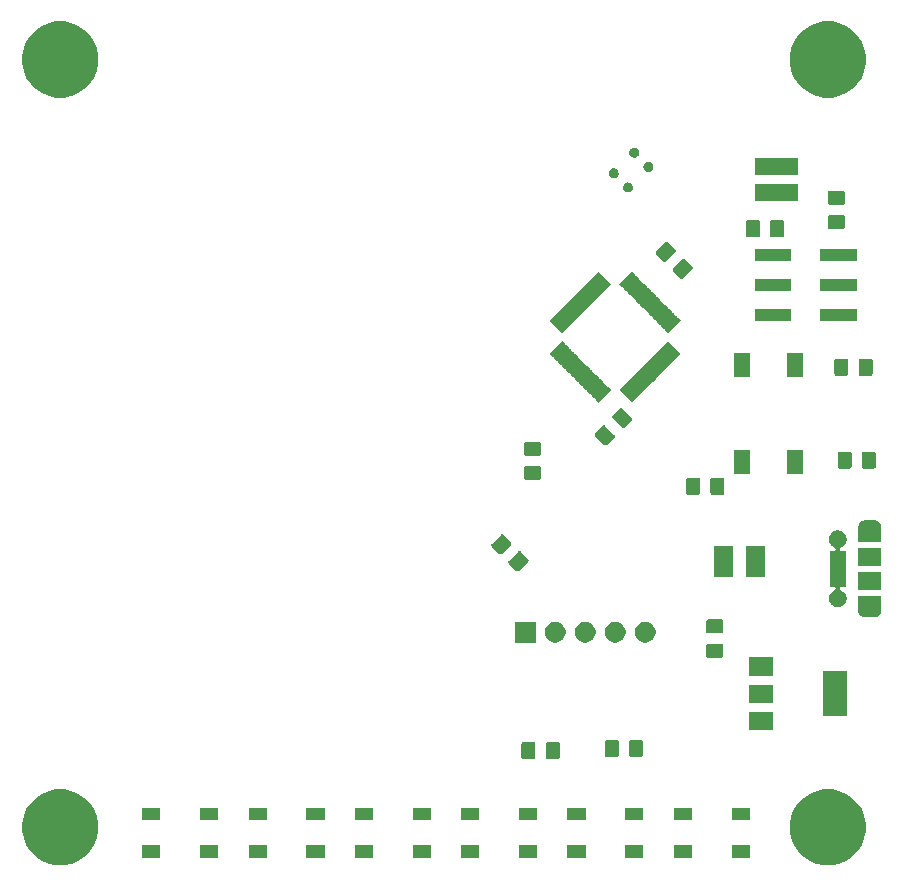
<source format=gbr>
G04 #@! TF.GenerationSoftware,KiCad,Pcbnew,5.1.5-52549c5~84~ubuntu18.04.1*
G04 #@! TF.CreationDate,2020-03-15T21:10:30-07:00*
G04 #@! TF.ProjectId,stm32f042cXt6_demo,73746d33-3266-4303-9432-635874365f64,rev?*
G04 #@! TF.SameCoordinates,Original*
G04 #@! TF.FileFunction,Soldermask,Top*
G04 #@! TF.FilePolarity,Negative*
%FSLAX46Y46*%
G04 Gerber Fmt 4.6, Leading zero omitted, Abs format (unit mm)*
G04 Created by KiCad (PCBNEW 5.1.5-52549c5~84~ubuntu18.04.1) date 2020-03-15 21:10:30*
%MOMM*%
%LPD*%
G04 APERTURE LIST*
%ADD10C,0.100000*%
G04 APERTURE END LIST*
D10*
G36*
X100939240Y-91903743D02*
G01*
X101134573Y-91984653D01*
X101525242Y-92146473D01*
X102050848Y-92497672D01*
X102052633Y-92498865D01*
X102501135Y-92947367D01*
X102501137Y-92947370D01*
X102853527Y-93474758D01*
X103096257Y-94060761D01*
X103220000Y-94682858D01*
X103220000Y-95317142D01*
X103096257Y-95939239D01*
X102853527Y-96525242D01*
X102711084Y-96738422D01*
X102501135Y-97052633D01*
X102052633Y-97501135D01*
X102052630Y-97501137D01*
X101525242Y-97853527D01*
X101134573Y-98015347D01*
X100939240Y-98096257D01*
X100317142Y-98220000D01*
X99682858Y-98220000D01*
X99060760Y-98096257D01*
X98865427Y-98015347D01*
X98474758Y-97853527D01*
X97947370Y-97501137D01*
X97947367Y-97501135D01*
X97498865Y-97052633D01*
X97288916Y-96738422D01*
X97146473Y-96525242D01*
X96903743Y-95939239D01*
X96780000Y-95317142D01*
X96780000Y-94682858D01*
X96903743Y-94060761D01*
X97146473Y-93474758D01*
X97498863Y-92947370D01*
X97498865Y-92947367D01*
X97947367Y-92498865D01*
X97949152Y-92497672D01*
X98474758Y-92146473D01*
X98865427Y-91984653D01*
X99060760Y-91903743D01*
X99682858Y-91780000D01*
X100317142Y-91780000D01*
X100939240Y-91903743D01*
G37*
G36*
X35939240Y-91903743D02*
G01*
X36134573Y-91984653D01*
X36525242Y-92146473D01*
X37050848Y-92497672D01*
X37052633Y-92498865D01*
X37501135Y-92947367D01*
X37501137Y-92947370D01*
X37853527Y-93474758D01*
X38096257Y-94060761D01*
X38220000Y-94682858D01*
X38220000Y-95317142D01*
X38096257Y-95939239D01*
X37853527Y-96525242D01*
X37711084Y-96738422D01*
X37501135Y-97052633D01*
X37052633Y-97501135D01*
X37052630Y-97501137D01*
X36525242Y-97853527D01*
X36134573Y-98015347D01*
X35939240Y-98096257D01*
X35317142Y-98220000D01*
X34682858Y-98220000D01*
X34060760Y-98096257D01*
X33865427Y-98015347D01*
X33474758Y-97853527D01*
X32947370Y-97501137D01*
X32947367Y-97501135D01*
X32498865Y-97052633D01*
X32288916Y-96738422D01*
X32146473Y-96525242D01*
X31903743Y-95939239D01*
X31780000Y-95317142D01*
X31780000Y-94682858D01*
X31903743Y-94060761D01*
X32146473Y-93474758D01*
X32498863Y-92947370D01*
X32498865Y-92947367D01*
X32947367Y-92498865D01*
X32949152Y-92497672D01*
X33474758Y-92146473D01*
X33865427Y-91984653D01*
X34060760Y-91903743D01*
X34682858Y-91780000D01*
X35317142Y-91780000D01*
X35939240Y-91903743D01*
G37*
G36*
X88490000Y-97570000D02*
G01*
X86950000Y-97570000D01*
X86950000Y-96530000D01*
X88490000Y-96530000D01*
X88490000Y-97570000D01*
G37*
G36*
X70490000Y-97570000D02*
G01*
X68950000Y-97570000D01*
X68950000Y-96530000D01*
X70490000Y-96530000D01*
X70490000Y-97570000D01*
G37*
G36*
X57390000Y-97570000D02*
G01*
X55850000Y-97570000D01*
X55850000Y-96530000D01*
X57390000Y-96530000D01*
X57390000Y-97570000D01*
G37*
G36*
X66390000Y-97570000D02*
G01*
X64850000Y-97570000D01*
X64850000Y-96530000D01*
X66390000Y-96530000D01*
X66390000Y-97570000D01*
G37*
G36*
X52490000Y-97570000D02*
G01*
X50950000Y-97570000D01*
X50950000Y-96530000D01*
X52490000Y-96530000D01*
X52490000Y-97570000D01*
G37*
G36*
X61490000Y-97570000D02*
G01*
X59950000Y-97570000D01*
X59950000Y-96530000D01*
X61490000Y-96530000D01*
X61490000Y-97570000D01*
G37*
G36*
X75390000Y-97570000D02*
G01*
X73850000Y-97570000D01*
X73850000Y-96530000D01*
X75390000Y-96530000D01*
X75390000Y-97570000D01*
G37*
G36*
X43490000Y-97570000D02*
G01*
X41950000Y-97570000D01*
X41950000Y-96530000D01*
X43490000Y-96530000D01*
X43490000Y-97570000D01*
G37*
G36*
X84390000Y-97570000D02*
G01*
X82850000Y-97570000D01*
X82850000Y-96530000D01*
X84390000Y-96530000D01*
X84390000Y-97570000D01*
G37*
G36*
X79490000Y-97570000D02*
G01*
X77950000Y-97570000D01*
X77950000Y-96530000D01*
X79490000Y-96530000D01*
X79490000Y-97570000D01*
G37*
G36*
X93390000Y-97570000D02*
G01*
X91850000Y-97570000D01*
X91850000Y-96530000D01*
X93390000Y-96530000D01*
X93390000Y-97570000D01*
G37*
G36*
X48390000Y-97570000D02*
G01*
X46850000Y-97570000D01*
X46850000Y-96530000D01*
X48390000Y-96530000D01*
X48390000Y-97570000D01*
G37*
G36*
X84390000Y-94370000D02*
G01*
X82850000Y-94370000D01*
X82850000Y-93330000D01*
X84390000Y-93330000D01*
X84390000Y-94370000D01*
G37*
G36*
X43490000Y-94370000D02*
G01*
X41950000Y-94370000D01*
X41950000Y-93330000D01*
X43490000Y-93330000D01*
X43490000Y-94370000D01*
G37*
G36*
X48390000Y-94370000D02*
G01*
X46850000Y-94370000D01*
X46850000Y-93330000D01*
X48390000Y-93330000D01*
X48390000Y-94370000D01*
G37*
G36*
X52490000Y-94370000D02*
G01*
X50950000Y-94370000D01*
X50950000Y-93330000D01*
X52490000Y-93330000D01*
X52490000Y-94370000D01*
G37*
G36*
X66390000Y-94370000D02*
G01*
X64850000Y-94370000D01*
X64850000Y-93330000D01*
X66390000Y-93330000D01*
X66390000Y-94370000D01*
G37*
G36*
X61490000Y-94370000D02*
G01*
X59950000Y-94370000D01*
X59950000Y-93330000D01*
X61490000Y-93330000D01*
X61490000Y-94370000D01*
G37*
G36*
X75390000Y-94370000D02*
G01*
X73850000Y-94370000D01*
X73850000Y-93330000D01*
X75390000Y-93330000D01*
X75390000Y-94370000D01*
G37*
G36*
X70490000Y-94370000D02*
G01*
X68950000Y-94370000D01*
X68950000Y-93330000D01*
X70490000Y-93330000D01*
X70490000Y-94370000D01*
G37*
G36*
X79490000Y-94370000D02*
G01*
X77950000Y-94370000D01*
X77950000Y-93330000D01*
X79490000Y-93330000D01*
X79490000Y-94370000D01*
G37*
G36*
X93390000Y-94370000D02*
G01*
X91850000Y-94370000D01*
X91850000Y-93330000D01*
X93390000Y-93330000D01*
X93390000Y-94370000D01*
G37*
G36*
X57390000Y-94370000D02*
G01*
X55850000Y-94370000D01*
X55850000Y-93330000D01*
X57390000Y-93330000D01*
X57390000Y-94370000D01*
G37*
G36*
X88490000Y-94370000D02*
G01*
X86950000Y-94370000D01*
X86950000Y-93330000D01*
X88490000Y-93330000D01*
X88490000Y-94370000D01*
G37*
G36*
X75104879Y-87784054D02*
G01*
X75137360Y-87793907D01*
X75167305Y-87809914D01*
X75193549Y-87831451D01*
X75215086Y-87857695D01*
X75231093Y-87887640D01*
X75240946Y-87920121D01*
X75245000Y-87961286D01*
X75245000Y-89038714D01*
X75240946Y-89079879D01*
X75231093Y-89112360D01*
X75215086Y-89142305D01*
X75193549Y-89168549D01*
X75167305Y-89190086D01*
X75137360Y-89206093D01*
X75104879Y-89215946D01*
X75063714Y-89220000D01*
X74236286Y-89220000D01*
X74195121Y-89215946D01*
X74162640Y-89206093D01*
X74132695Y-89190086D01*
X74106451Y-89168549D01*
X74084914Y-89142305D01*
X74068907Y-89112360D01*
X74059054Y-89079879D01*
X74055000Y-89038714D01*
X74055000Y-87961286D01*
X74059054Y-87920121D01*
X74068907Y-87887640D01*
X74084914Y-87857695D01*
X74106451Y-87831451D01*
X74132695Y-87809914D01*
X74162640Y-87793907D01*
X74195121Y-87784054D01*
X74236286Y-87780000D01*
X75063714Y-87780000D01*
X75104879Y-87784054D01*
G37*
G36*
X77154879Y-87784054D02*
G01*
X77187360Y-87793907D01*
X77217305Y-87809914D01*
X77243549Y-87831451D01*
X77265086Y-87857695D01*
X77281093Y-87887640D01*
X77290946Y-87920121D01*
X77295000Y-87961286D01*
X77295000Y-89038714D01*
X77290946Y-89079879D01*
X77281093Y-89112360D01*
X77265086Y-89142305D01*
X77243549Y-89168549D01*
X77217305Y-89190086D01*
X77187360Y-89206093D01*
X77154879Y-89215946D01*
X77113714Y-89220000D01*
X76286286Y-89220000D01*
X76245121Y-89215946D01*
X76212640Y-89206093D01*
X76182695Y-89190086D01*
X76156451Y-89168549D01*
X76134914Y-89142305D01*
X76118907Y-89112360D01*
X76109054Y-89079879D01*
X76105000Y-89038714D01*
X76105000Y-87961286D01*
X76109054Y-87920121D01*
X76118907Y-87887640D01*
X76134914Y-87857695D01*
X76156451Y-87831451D01*
X76182695Y-87809914D01*
X76212640Y-87793907D01*
X76245121Y-87784054D01*
X76286286Y-87780000D01*
X77113714Y-87780000D01*
X77154879Y-87784054D01*
G37*
G36*
X82154879Y-87609054D02*
G01*
X82187360Y-87618907D01*
X82217305Y-87634914D01*
X82243549Y-87656451D01*
X82265086Y-87682695D01*
X82281093Y-87712640D01*
X82290946Y-87745121D01*
X82295000Y-87786286D01*
X82295000Y-88863714D01*
X82290946Y-88904879D01*
X82281093Y-88937360D01*
X82265086Y-88967305D01*
X82243549Y-88993549D01*
X82217305Y-89015086D01*
X82187360Y-89031093D01*
X82154879Y-89040946D01*
X82113714Y-89045000D01*
X81286286Y-89045000D01*
X81245121Y-89040946D01*
X81212640Y-89031093D01*
X81182695Y-89015086D01*
X81156451Y-88993549D01*
X81134914Y-88967305D01*
X81118907Y-88937360D01*
X81109054Y-88904879D01*
X81105000Y-88863714D01*
X81105000Y-87786286D01*
X81109054Y-87745121D01*
X81118907Y-87712640D01*
X81134914Y-87682695D01*
X81156451Y-87656451D01*
X81182695Y-87634914D01*
X81212640Y-87618907D01*
X81245121Y-87609054D01*
X81286286Y-87605000D01*
X82113714Y-87605000D01*
X82154879Y-87609054D01*
G37*
G36*
X84204879Y-87609054D02*
G01*
X84237360Y-87618907D01*
X84267305Y-87634914D01*
X84293549Y-87656451D01*
X84315086Y-87682695D01*
X84331093Y-87712640D01*
X84340946Y-87745121D01*
X84345000Y-87786286D01*
X84345000Y-88863714D01*
X84340946Y-88904879D01*
X84331093Y-88937360D01*
X84315086Y-88967305D01*
X84293549Y-88993549D01*
X84267305Y-89015086D01*
X84237360Y-89031093D01*
X84204879Y-89040946D01*
X84163714Y-89045000D01*
X83336286Y-89045000D01*
X83295121Y-89040946D01*
X83262640Y-89031093D01*
X83232695Y-89015086D01*
X83206451Y-88993549D01*
X83184914Y-88967305D01*
X83168907Y-88937360D01*
X83159054Y-88904879D01*
X83155000Y-88863714D01*
X83155000Y-87786286D01*
X83159054Y-87745121D01*
X83168907Y-87712640D01*
X83184914Y-87682695D01*
X83206451Y-87656451D01*
X83232695Y-87634914D01*
X83262640Y-87618907D01*
X83295121Y-87609054D01*
X83336286Y-87605000D01*
X84163714Y-87605000D01*
X84204879Y-87609054D01*
G37*
G36*
X95360000Y-86760000D02*
G01*
X93320000Y-86760000D01*
X93320000Y-85220000D01*
X95360000Y-85220000D01*
X95360000Y-86760000D01*
G37*
G36*
X101660000Y-85610000D02*
G01*
X99620000Y-85610000D01*
X99620000Y-81770000D01*
X101660000Y-81770000D01*
X101660000Y-85610000D01*
G37*
G36*
X95360000Y-84460000D02*
G01*
X93320000Y-84460000D01*
X93320000Y-82920000D01*
X95360000Y-82920000D01*
X95360000Y-84460000D01*
G37*
G36*
X95360000Y-82160000D02*
G01*
X93320000Y-82160000D01*
X93320000Y-80620000D01*
X95360000Y-80620000D01*
X95360000Y-82160000D01*
G37*
G36*
X91004879Y-79459054D02*
G01*
X91037360Y-79468907D01*
X91067305Y-79484914D01*
X91093549Y-79506451D01*
X91115086Y-79532695D01*
X91131093Y-79562640D01*
X91140946Y-79595121D01*
X91145000Y-79636286D01*
X91145000Y-80463714D01*
X91140946Y-80504879D01*
X91131093Y-80537360D01*
X91115086Y-80567305D01*
X91093549Y-80593549D01*
X91067305Y-80615086D01*
X91037360Y-80631093D01*
X91004879Y-80640946D01*
X90963714Y-80645000D01*
X89886286Y-80645000D01*
X89845121Y-80640946D01*
X89812640Y-80631093D01*
X89782695Y-80615086D01*
X89756451Y-80593549D01*
X89734914Y-80567305D01*
X89718907Y-80537360D01*
X89709054Y-80504879D01*
X89705000Y-80463714D01*
X89705000Y-79636286D01*
X89709054Y-79595121D01*
X89718907Y-79562640D01*
X89734914Y-79532695D01*
X89756451Y-79506451D01*
X89782695Y-79484914D01*
X89812640Y-79468907D01*
X89845121Y-79459054D01*
X89886286Y-79455000D01*
X90963714Y-79455000D01*
X91004879Y-79459054D01*
G37*
G36*
X82253770Y-77663433D02*
G01*
X82412100Y-77729016D01*
X82554593Y-77824227D01*
X82675773Y-77945407D01*
X82770984Y-78087900D01*
X82836567Y-78246230D01*
X82870000Y-78414312D01*
X82870000Y-78585688D01*
X82836567Y-78753770D01*
X82770984Y-78912100D01*
X82675773Y-79054593D01*
X82554593Y-79175773D01*
X82412100Y-79270984D01*
X82253770Y-79336567D01*
X82085688Y-79370000D01*
X81914312Y-79370000D01*
X81746230Y-79336567D01*
X81587900Y-79270984D01*
X81445407Y-79175773D01*
X81324227Y-79054593D01*
X81229016Y-78912100D01*
X81163433Y-78753770D01*
X81130000Y-78585688D01*
X81130000Y-78414312D01*
X81163433Y-78246230D01*
X81229016Y-78087900D01*
X81324227Y-77945407D01*
X81445407Y-77824227D01*
X81587900Y-77729016D01*
X81746230Y-77663433D01*
X81914312Y-77630000D01*
X82085688Y-77630000D01*
X82253770Y-77663433D01*
G37*
G36*
X79713770Y-77663433D02*
G01*
X79872100Y-77729016D01*
X80014593Y-77824227D01*
X80135773Y-77945407D01*
X80230984Y-78087900D01*
X80296567Y-78246230D01*
X80330000Y-78414312D01*
X80330000Y-78585688D01*
X80296567Y-78753770D01*
X80230984Y-78912100D01*
X80135773Y-79054593D01*
X80014593Y-79175773D01*
X79872100Y-79270984D01*
X79713770Y-79336567D01*
X79545688Y-79370000D01*
X79374312Y-79370000D01*
X79206230Y-79336567D01*
X79047900Y-79270984D01*
X78905407Y-79175773D01*
X78784227Y-79054593D01*
X78689016Y-78912100D01*
X78623433Y-78753770D01*
X78590000Y-78585688D01*
X78590000Y-78414312D01*
X78623433Y-78246230D01*
X78689016Y-78087900D01*
X78784227Y-77945407D01*
X78905407Y-77824227D01*
X79047900Y-77729016D01*
X79206230Y-77663433D01*
X79374312Y-77630000D01*
X79545688Y-77630000D01*
X79713770Y-77663433D01*
G37*
G36*
X84793770Y-77663433D02*
G01*
X84952100Y-77729016D01*
X85094593Y-77824227D01*
X85215773Y-77945407D01*
X85310984Y-78087900D01*
X85376567Y-78246230D01*
X85410000Y-78414312D01*
X85410000Y-78585688D01*
X85376567Y-78753770D01*
X85310984Y-78912100D01*
X85215773Y-79054593D01*
X85094593Y-79175773D01*
X84952100Y-79270984D01*
X84793770Y-79336567D01*
X84625688Y-79370000D01*
X84454312Y-79370000D01*
X84286230Y-79336567D01*
X84127900Y-79270984D01*
X83985407Y-79175773D01*
X83864227Y-79054593D01*
X83769016Y-78912100D01*
X83703433Y-78753770D01*
X83670000Y-78585688D01*
X83670000Y-78414312D01*
X83703433Y-78246230D01*
X83769016Y-78087900D01*
X83864227Y-77945407D01*
X83985407Y-77824227D01*
X84127900Y-77729016D01*
X84286230Y-77663433D01*
X84454312Y-77630000D01*
X84625688Y-77630000D01*
X84793770Y-77663433D01*
G37*
G36*
X75250000Y-79370000D02*
G01*
X73510000Y-79370000D01*
X73510000Y-77630000D01*
X75250000Y-77630000D01*
X75250000Y-79370000D01*
G37*
G36*
X77173770Y-77663433D02*
G01*
X77332100Y-77729016D01*
X77474593Y-77824227D01*
X77595773Y-77945407D01*
X77690984Y-78087900D01*
X77756567Y-78246230D01*
X77790000Y-78414312D01*
X77790000Y-78585688D01*
X77756567Y-78753770D01*
X77690984Y-78912100D01*
X77595773Y-79054593D01*
X77474593Y-79175773D01*
X77332100Y-79270984D01*
X77173770Y-79336567D01*
X77005688Y-79370000D01*
X76834312Y-79370000D01*
X76666230Y-79336567D01*
X76507900Y-79270984D01*
X76365407Y-79175773D01*
X76244227Y-79054593D01*
X76149016Y-78912100D01*
X76083433Y-78753770D01*
X76050000Y-78585688D01*
X76050000Y-78414312D01*
X76083433Y-78246230D01*
X76149016Y-78087900D01*
X76244227Y-77945407D01*
X76365407Y-77824227D01*
X76507900Y-77729016D01*
X76666230Y-77663433D01*
X76834312Y-77630000D01*
X77005688Y-77630000D01*
X77173770Y-77663433D01*
G37*
G36*
X91004879Y-77409054D02*
G01*
X91037360Y-77418907D01*
X91067305Y-77434914D01*
X91093549Y-77456451D01*
X91115086Y-77482695D01*
X91131093Y-77512640D01*
X91140946Y-77545121D01*
X91145000Y-77586286D01*
X91145000Y-78413714D01*
X91140946Y-78454879D01*
X91131093Y-78487360D01*
X91115086Y-78517305D01*
X91093549Y-78543549D01*
X91067305Y-78565086D01*
X91037360Y-78581093D01*
X91004879Y-78590946D01*
X90963714Y-78595000D01*
X89886286Y-78595000D01*
X89845121Y-78590946D01*
X89812640Y-78581093D01*
X89782695Y-78565086D01*
X89756451Y-78543549D01*
X89734914Y-78517305D01*
X89718907Y-78487360D01*
X89709054Y-78454879D01*
X89705000Y-78413714D01*
X89705000Y-77586286D01*
X89709054Y-77545121D01*
X89718907Y-77512640D01*
X89734914Y-77482695D01*
X89756451Y-77456451D01*
X89782695Y-77434914D01*
X89812640Y-77418907D01*
X89845121Y-77409054D01*
X89886286Y-77405000D01*
X90963714Y-77405000D01*
X91004879Y-77409054D01*
G37*
G36*
X104507500Y-76582180D02*
G01*
X104508222Y-76596883D01*
X104510499Y-76620000D01*
X104508222Y-76643117D01*
X104507500Y-76657820D01*
X104507500Y-76722299D01*
X104501996Y-76732597D01*
X104497037Y-76746457D01*
X104463076Y-76858412D01*
X104405506Y-76966119D01*
X104328027Y-77060527D01*
X104233619Y-77138006D01*
X104125912Y-77195576D01*
X104009044Y-77231028D01*
X103940722Y-77237757D01*
X103917949Y-77240000D01*
X103157051Y-77240000D01*
X103134278Y-77237757D01*
X103065956Y-77231028D01*
X102949088Y-77195576D01*
X102841381Y-77138006D01*
X102746973Y-77060527D01*
X102669494Y-76966119D01*
X102611924Y-76858412D01*
X102577963Y-76746457D01*
X102567500Y-76721196D01*
X102567500Y-76657820D01*
X102566778Y-76643117D01*
X102564501Y-76620000D01*
X102566778Y-76596883D01*
X102567500Y-76582180D01*
X102567500Y-75400000D01*
X104507500Y-75400000D01*
X104507500Y-76582180D01*
G37*
G36*
X101054810Y-69903630D02*
G01*
X101190388Y-69959788D01*
X101190390Y-69959789D01*
X101310782Y-70040233D01*
X101312413Y-70041323D01*
X101416177Y-70145087D01*
X101416179Y-70145090D01*
X101473602Y-70231028D01*
X101497712Y-70267112D01*
X101553870Y-70402690D01*
X101582500Y-70546624D01*
X101582500Y-70693376D01*
X101553870Y-70837310D01*
X101498651Y-70970620D01*
X101497711Y-70972890D01*
X101437411Y-71063135D01*
X101416177Y-71094913D01*
X101312413Y-71198677D01*
X101312410Y-71198679D01*
X101190390Y-71280211D01*
X101115044Y-71311420D01*
X101089111Y-71325281D01*
X101066381Y-71343936D01*
X101047726Y-71366666D01*
X101033865Y-71392599D01*
X101025329Y-71420738D01*
X101022447Y-71450001D01*
X101025329Y-71479264D01*
X101033865Y-71507403D01*
X101047726Y-71533336D01*
X101066381Y-71556066D01*
X101089111Y-71574721D01*
X101115044Y-71588582D01*
X101143183Y-71597118D01*
X101172446Y-71600000D01*
X101532500Y-71600000D01*
X101532500Y-74640000D01*
X101172446Y-74640000D01*
X101143183Y-74642882D01*
X101115044Y-74651418D01*
X101089111Y-74665279D01*
X101066381Y-74683934D01*
X101047726Y-74706664D01*
X101033865Y-74732597D01*
X101025329Y-74760736D01*
X101022447Y-74789999D01*
X101025329Y-74819262D01*
X101033865Y-74847401D01*
X101047726Y-74873334D01*
X101066381Y-74896064D01*
X101089111Y-74914719D01*
X101115043Y-74928580D01*
X101190390Y-74959789D01*
X101311998Y-75041046D01*
X101312413Y-75041323D01*
X101416177Y-75145087D01*
X101497712Y-75267112D01*
X101552756Y-75400000D01*
X101553870Y-75402691D01*
X101582500Y-75546624D01*
X101582500Y-75693376D01*
X101553870Y-75837309D01*
X101497711Y-75972890D01*
X101449913Y-76044424D01*
X101416177Y-76094913D01*
X101312413Y-76198677D01*
X101312410Y-76198679D01*
X101190390Y-76280211D01*
X101190389Y-76280212D01*
X101190388Y-76280212D01*
X101054810Y-76336370D01*
X100910876Y-76365000D01*
X100764124Y-76365000D01*
X100620190Y-76336370D01*
X100484612Y-76280212D01*
X100484611Y-76280212D01*
X100484610Y-76280211D01*
X100362590Y-76198679D01*
X100362587Y-76198677D01*
X100258823Y-76094913D01*
X100225087Y-76044424D01*
X100177289Y-75972890D01*
X100121130Y-75837309D01*
X100092500Y-75693376D01*
X100092500Y-75546624D01*
X100121130Y-75402691D01*
X100122245Y-75400000D01*
X100177288Y-75267112D01*
X100258823Y-75145087D01*
X100362587Y-75041323D01*
X100363002Y-75041046D01*
X100484610Y-74959789D01*
X100559957Y-74928580D01*
X100585889Y-74914719D01*
X100608619Y-74896064D01*
X100627274Y-74873334D01*
X100641135Y-74847401D01*
X100649671Y-74819262D01*
X100652553Y-74789999D01*
X100649671Y-74760736D01*
X100641135Y-74732597D01*
X100627274Y-74706664D01*
X100608619Y-74683934D01*
X100585889Y-74665279D01*
X100559956Y-74651418D01*
X100531817Y-74642882D01*
X100502554Y-74640000D01*
X100142500Y-74640000D01*
X100142500Y-71600000D01*
X100502554Y-71600000D01*
X100531817Y-71597118D01*
X100559956Y-71588582D01*
X100585889Y-71574721D01*
X100608619Y-71556066D01*
X100627274Y-71533336D01*
X100641135Y-71507403D01*
X100649671Y-71479264D01*
X100652553Y-71450001D01*
X100649671Y-71420738D01*
X100641135Y-71392599D01*
X100627274Y-71366666D01*
X100608619Y-71343936D01*
X100585889Y-71325281D01*
X100559956Y-71311420D01*
X100484610Y-71280211D01*
X100362590Y-71198679D01*
X100362587Y-71198677D01*
X100258823Y-71094913D01*
X100237589Y-71063135D01*
X100177289Y-70972890D01*
X100176349Y-70970620D01*
X100121130Y-70837310D01*
X100092500Y-70693376D01*
X100092500Y-70546624D01*
X100121130Y-70402690D01*
X100177288Y-70267112D01*
X100201399Y-70231028D01*
X100258821Y-70145090D01*
X100258823Y-70145087D01*
X100362587Y-70041323D01*
X100364218Y-70040233D01*
X100484610Y-69959789D01*
X100484612Y-69959788D01*
X100620190Y-69903630D01*
X100764124Y-69875000D01*
X100910876Y-69875000D01*
X101054810Y-69903630D01*
G37*
G36*
X104507500Y-74890000D02*
G01*
X102567500Y-74890000D01*
X102567500Y-73350000D01*
X104507500Y-73350000D01*
X104507500Y-74890000D01*
G37*
G36*
X91950000Y-73795000D02*
G01*
X90350000Y-73795000D01*
X90350000Y-71205000D01*
X91950000Y-71205000D01*
X91950000Y-73795000D01*
G37*
G36*
X94650000Y-73795000D02*
G01*
X93050000Y-73795000D01*
X93050000Y-71205000D01*
X94650000Y-71205000D01*
X94650000Y-73795000D01*
G37*
G36*
X73921964Y-71621030D02*
G01*
X73954445Y-71630883D01*
X73984390Y-71646890D01*
X74016359Y-71673126D01*
X74601442Y-72258209D01*
X74627678Y-72290178D01*
X74643685Y-72320123D01*
X74653538Y-72352604D01*
X74656866Y-72386396D01*
X74653538Y-72420188D01*
X74643685Y-72452669D01*
X74627678Y-72482614D01*
X74601442Y-72514583D01*
X73839583Y-73276442D01*
X73807614Y-73302678D01*
X73777669Y-73318685D01*
X73745188Y-73328538D01*
X73711396Y-73331866D01*
X73677604Y-73328538D01*
X73645123Y-73318685D01*
X73615178Y-73302678D01*
X73583209Y-73276442D01*
X72998126Y-72691359D01*
X72971890Y-72659390D01*
X72955883Y-72629445D01*
X72946030Y-72596964D01*
X72942702Y-72563172D01*
X72946030Y-72529380D01*
X72955883Y-72496899D01*
X72971890Y-72466954D01*
X72998126Y-72434985D01*
X73759985Y-71673126D01*
X73791954Y-71646890D01*
X73821899Y-71630883D01*
X73854380Y-71621030D01*
X73888172Y-71617702D01*
X73921964Y-71621030D01*
G37*
G36*
X104507500Y-72890000D02*
G01*
X102567500Y-72890000D01*
X102567500Y-71350000D01*
X104507500Y-71350000D01*
X104507500Y-72890000D01*
G37*
G36*
X72472396Y-70171462D02*
G01*
X72504877Y-70181315D01*
X72534822Y-70197322D01*
X72566791Y-70223558D01*
X73151874Y-70808641D01*
X73178110Y-70840610D01*
X73194117Y-70870555D01*
X73203970Y-70903036D01*
X73207298Y-70936828D01*
X73203970Y-70970620D01*
X73194117Y-71003101D01*
X73178110Y-71033046D01*
X73151874Y-71065015D01*
X72390015Y-71826874D01*
X72358046Y-71853110D01*
X72328101Y-71869117D01*
X72295620Y-71878970D01*
X72261828Y-71882298D01*
X72228036Y-71878970D01*
X72195555Y-71869117D01*
X72165610Y-71853110D01*
X72133641Y-71826874D01*
X71548558Y-71241791D01*
X71522322Y-71209822D01*
X71506315Y-71179877D01*
X71496462Y-71147396D01*
X71493134Y-71113604D01*
X71496462Y-71079812D01*
X71506315Y-71047331D01*
X71522322Y-71017386D01*
X71548558Y-70985417D01*
X72310417Y-70223558D01*
X72342386Y-70197322D01*
X72372331Y-70181315D01*
X72404812Y-70171462D01*
X72438604Y-70168134D01*
X72472396Y-70171462D01*
G37*
G36*
X103940722Y-69002243D02*
G01*
X104009044Y-69008972D01*
X104125912Y-69044424D01*
X104233619Y-69101994D01*
X104328027Y-69179473D01*
X104405506Y-69273881D01*
X104463076Y-69381588D01*
X104497037Y-69493543D01*
X104507500Y-69518804D01*
X104507500Y-69582180D01*
X104508222Y-69596883D01*
X104510499Y-69620000D01*
X104508222Y-69643117D01*
X104507500Y-69657820D01*
X104507500Y-70840000D01*
X102567500Y-70840000D01*
X102567500Y-69657820D01*
X102566778Y-69643117D01*
X102564501Y-69620000D01*
X102566778Y-69596883D01*
X102567500Y-69582180D01*
X102567500Y-69517701D01*
X102573004Y-69507403D01*
X102577963Y-69493543D01*
X102611924Y-69381588D01*
X102669494Y-69273881D01*
X102746973Y-69179473D01*
X102841381Y-69101994D01*
X102949088Y-69044424D01*
X103065956Y-69008972D01*
X103134278Y-69002243D01*
X103157051Y-69000000D01*
X103917949Y-69000000D01*
X103940722Y-69002243D01*
G37*
G36*
X91104879Y-65409054D02*
G01*
X91137360Y-65418907D01*
X91167305Y-65434914D01*
X91193549Y-65456451D01*
X91215086Y-65482695D01*
X91231093Y-65512640D01*
X91240946Y-65545121D01*
X91245000Y-65586286D01*
X91245000Y-66663714D01*
X91240946Y-66704879D01*
X91231093Y-66737360D01*
X91215086Y-66767305D01*
X91193549Y-66793549D01*
X91167305Y-66815086D01*
X91137360Y-66831093D01*
X91104879Y-66840946D01*
X91063714Y-66845000D01*
X90236286Y-66845000D01*
X90195121Y-66840946D01*
X90162640Y-66831093D01*
X90132695Y-66815086D01*
X90106451Y-66793549D01*
X90084914Y-66767305D01*
X90068907Y-66737360D01*
X90059054Y-66704879D01*
X90055000Y-66663714D01*
X90055000Y-65586286D01*
X90059054Y-65545121D01*
X90068907Y-65512640D01*
X90084914Y-65482695D01*
X90106451Y-65456451D01*
X90132695Y-65434914D01*
X90162640Y-65418907D01*
X90195121Y-65409054D01*
X90236286Y-65405000D01*
X91063714Y-65405000D01*
X91104879Y-65409054D01*
G37*
G36*
X89054879Y-65409054D02*
G01*
X89087360Y-65418907D01*
X89117305Y-65434914D01*
X89143549Y-65456451D01*
X89165086Y-65482695D01*
X89181093Y-65512640D01*
X89190946Y-65545121D01*
X89195000Y-65586286D01*
X89195000Y-66663714D01*
X89190946Y-66704879D01*
X89181093Y-66737360D01*
X89165086Y-66767305D01*
X89143549Y-66793549D01*
X89117305Y-66815086D01*
X89087360Y-66831093D01*
X89054879Y-66840946D01*
X89013714Y-66845000D01*
X88186286Y-66845000D01*
X88145121Y-66840946D01*
X88112640Y-66831093D01*
X88082695Y-66815086D01*
X88056451Y-66793549D01*
X88034914Y-66767305D01*
X88018907Y-66737360D01*
X88009054Y-66704879D01*
X88005000Y-66663714D01*
X88005000Y-65586286D01*
X88009054Y-65545121D01*
X88018907Y-65512640D01*
X88034914Y-65482695D01*
X88056451Y-65456451D01*
X88082695Y-65434914D01*
X88112640Y-65418907D01*
X88145121Y-65409054D01*
X88186286Y-65405000D01*
X89013714Y-65405000D01*
X89054879Y-65409054D01*
G37*
G36*
X75579879Y-64409054D02*
G01*
X75612360Y-64418907D01*
X75642305Y-64434914D01*
X75668549Y-64456451D01*
X75690086Y-64482695D01*
X75706093Y-64512640D01*
X75715946Y-64545121D01*
X75720000Y-64586286D01*
X75720000Y-65413714D01*
X75715946Y-65454879D01*
X75706093Y-65487360D01*
X75690086Y-65517305D01*
X75668549Y-65543549D01*
X75642305Y-65565086D01*
X75612360Y-65581093D01*
X75579879Y-65590946D01*
X75538714Y-65595000D01*
X74461286Y-65595000D01*
X74420121Y-65590946D01*
X74387640Y-65581093D01*
X74357695Y-65565086D01*
X74331451Y-65543549D01*
X74309914Y-65517305D01*
X74293907Y-65487360D01*
X74284054Y-65454879D01*
X74280000Y-65413714D01*
X74280000Y-64586286D01*
X74284054Y-64545121D01*
X74293907Y-64512640D01*
X74309914Y-64482695D01*
X74331451Y-64456451D01*
X74357695Y-64434914D01*
X74387640Y-64418907D01*
X74420121Y-64409054D01*
X74461286Y-64405000D01*
X75538714Y-64405000D01*
X75579879Y-64409054D01*
G37*
G36*
X93420000Y-65120000D02*
G01*
X92080000Y-65120000D01*
X92080000Y-63080000D01*
X93420000Y-63080000D01*
X93420000Y-65120000D01*
G37*
G36*
X97920000Y-65120000D02*
G01*
X96580000Y-65120000D01*
X96580000Y-63080000D01*
X97920000Y-63080000D01*
X97920000Y-65120000D01*
G37*
G36*
X103919879Y-63194054D02*
G01*
X103952360Y-63203907D01*
X103982305Y-63219914D01*
X104008549Y-63241451D01*
X104030086Y-63267695D01*
X104046093Y-63297640D01*
X104055946Y-63330121D01*
X104060000Y-63371286D01*
X104060000Y-64448714D01*
X104055946Y-64489879D01*
X104046093Y-64522360D01*
X104030086Y-64552305D01*
X104008549Y-64578549D01*
X103982305Y-64600086D01*
X103952360Y-64616093D01*
X103919879Y-64625946D01*
X103878714Y-64630000D01*
X103051286Y-64630000D01*
X103010121Y-64625946D01*
X102977640Y-64616093D01*
X102947695Y-64600086D01*
X102921451Y-64578549D01*
X102899914Y-64552305D01*
X102883907Y-64522360D01*
X102874054Y-64489879D01*
X102870000Y-64448714D01*
X102870000Y-63371286D01*
X102874054Y-63330121D01*
X102883907Y-63297640D01*
X102899914Y-63267695D01*
X102921451Y-63241451D01*
X102947695Y-63219914D01*
X102977640Y-63203907D01*
X103010121Y-63194054D01*
X103051286Y-63190000D01*
X103878714Y-63190000D01*
X103919879Y-63194054D01*
G37*
G36*
X101869879Y-63194054D02*
G01*
X101902360Y-63203907D01*
X101932305Y-63219914D01*
X101958549Y-63241451D01*
X101980086Y-63267695D01*
X101996093Y-63297640D01*
X102005946Y-63330121D01*
X102010000Y-63371286D01*
X102010000Y-64448714D01*
X102005946Y-64489879D01*
X101996093Y-64522360D01*
X101980086Y-64552305D01*
X101958549Y-64578549D01*
X101932305Y-64600086D01*
X101902360Y-64616093D01*
X101869879Y-64625946D01*
X101828714Y-64630000D01*
X101001286Y-64630000D01*
X100960121Y-64625946D01*
X100927640Y-64616093D01*
X100897695Y-64600086D01*
X100871451Y-64578549D01*
X100849914Y-64552305D01*
X100833907Y-64522360D01*
X100824054Y-64489879D01*
X100820000Y-64448714D01*
X100820000Y-63371286D01*
X100824054Y-63330121D01*
X100833907Y-63297640D01*
X100849914Y-63267695D01*
X100871451Y-63241451D01*
X100897695Y-63219914D01*
X100927640Y-63203907D01*
X100960121Y-63194054D01*
X101001286Y-63190000D01*
X101828714Y-63190000D01*
X101869879Y-63194054D01*
G37*
G36*
X75579879Y-62359054D02*
G01*
X75612360Y-62368907D01*
X75642305Y-62384914D01*
X75668549Y-62406451D01*
X75690086Y-62432695D01*
X75706093Y-62462640D01*
X75715946Y-62495121D01*
X75720000Y-62536286D01*
X75720000Y-63363714D01*
X75715946Y-63404879D01*
X75706093Y-63437360D01*
X75690086Y-63467305D01*
X75668549Y-63493549D01*
X75642305Y-63515086D01*
X75612360Y-63531093D01*
X75579879Y-63540946D01*
X75538714Y-63545000D01*
X74461286Y-63545000D01*
X74420121Y-63540946D01*
X74387640Y-63531093D01*
X74357695Y-63515086D01*
X74331451Y-63493549D01*
X74309914Y-63467305D01*
X74293907Y-63437360D01*
X74284054Y-63404879D01*
X74280000Y-63363714D01*
X74280000Y-62536286D01*
X74284054Y-62495121D01*
X74293907Y-62462640D01*
X74309914Y-62432695D01*
X74331451Y-62406451D01*
X74357695Y-62384914D01*
X74387640Y-62368907D01*
X74420121Y-62359054D01*
X74461286Y-62355000D01*
X75538714Y-62355000D01*
X75579879Y-62359054D01*
G37*
G36*
X81070620Y-60946030D02*
G01*
X81103101Y-60955883D01*
X81133046Y-60971890D01*
X81165015Y-60998126D01*
X81926874Y-61759985D01*
X81953110Y-61791954D01*
X81969117Y-61821899D01*
X81978970Y-61854380D01*
X81982298Y-61888172D01*
X81978970Y-61921964D01*
X81969117Y-61954445D01*
X81953110Y-61984390D01*
X81926874Y-62016359D01*
X81341791Y-62601442D01*
X81309822Y-62627678D01*
X81279877Y-62643685D01*
X81247396Y-62653538D01*
X81213604Y-62656866D01*
X81179812Y-62653538D01*
X81147331Y-62643685D01*
X81117386Y-62627678D01*
X81085417Y-62601442D01*
X80323558Y-61839583D01*
X80297322Y-61807614D01*
X80281315Y-61777669D01*
X80271462Y-61745188D01*
X80268134Y-61711396D01*
X80271462Y-61677604D01*
X80281315Y-61645123D01*
X80297322Y-61615178D01*
X80323558Y-61583209D01*
X80908641Y-60998126D01*
X80940610Y-60971890D01*
X80970555Y-60955883D01*
X81003036Y-60946030D01*
X81036828Y-60942702D01*
X81070620Y-60946030D01*
G37*
G36*
X82520188Y-59496462D02*
G01*
X82552669Y-59506315D01*
X82582614Y-59522322D01*
X82614583Y-59548558D01*
X83376442Y-60310417D01*
X83402678Y-60342386D01*
X83418685Y-60372331D01*
X83428538Y-60404812D01*
X83431866Y-60438604D01*
X83428538Y-60472396D01*
X83418685Y-60504877D01*
X83402678Y-60534822D01*
X83376442Y-60566791D01*
X82791359Y-61151874D01*
X82759390Y-61178110D01*
X82729445Y-61194117D01*
X82696964Y-61203970D01*
X82663172Y-61207298D01*
X82629380Y-61203970D01*
X82596899Y-61194117D01*
X82566954Y-61178110D01*
X82534985Y-61151874D01*
X81773126Y-60390015D01*
X81746890Y-60358046D01*
X81730883Y-60328101D01*
X81721030Y-60295620D01*
X81717702Y-60261828D01*
X81721030Y-60228036D01*
X81730883Y-60195555D01*
X81746890Y-60165610D01*
X81773126Y-60133641D01*
X82358209Y-59548558D01*
X82390178Y-59522322D01*
X82420123Y-59506315D01*
X82452604Y-59496462D01*
X82486396Y-59493134D01*
X82520188Y-59496462D01*
G37*
G36*
X86474261Y-53847993D02*
G01*
X86475999Y-53848520D01*
X86477604Y-53849378D01*
X86484732Y-53855228D01*
X87531436Y-54901932D01*
X87537286Y-54909060D01*
X87538144Y-54910665D01*
X87538671Y-54912403D01*
X87538849Y-54914213D01*
X87538671Y-54916023D01*
X87538144Y-54917761D01*
X87537286Y-54919366D01*
X87531436Y-54926494D01*
X87315582Y-55142348D01*
X87308454Y-55148198D01*
X87306849Y-55149056D01*
X87292310Y-55153466D01*
X87289509Y-55154024D01*
X87262345Y-55165283D01*
X87237900Y-55181626D01*
X87217113Y-55202423D01*
X87200782Y-55226876D01*
X87189536Y-55254046D01*
X87188979Y-55256844D01*
X87184590Y-55271315D01*
X87183732Y-55272920D01*
X87177882Y-55280048D01*
X86962028Y-55495902D01*
X86954900Y-55501752D01*
X86953295Y-55502610D01*
X86938746Y-55507023D01*
X86935946Y-55507581D01*
X86908783Y-55518842D01*
X86884339Y-55535186D01*
X86863553Y-55555985D01*
X86847224Y-55580440D01*
X86835980Y-55607610D01*
X86835424Y-55610405D01*
X86831037Y-55624868D01*
X86830179Y-55626473D01*
X86824329Y-55633601D01*
X86608475Y-55849455D01*
X86601347Y-55855305D01*
X86599742Y-55856163D01*
X86585203Y-55860573D01*
X86582402Y-55861131D01*
X86555238Y-55872390D01*
X86530793Y-55888733D01*
X86510006Y-55909530D01*
X86493675Y-55933983D01*
X86482429Y-55961153D01*
X86481872Y-55963951D01*
X86477483Y-55978422D01*
X86476625Y-55980027D01*
X86470775Y-55987155D01*
X86254921Y-56203009D01*
X86247793Y-56208859D01*
X86246188Y-56209717D01*
X86231639Y-56214130D01*
X86228839Y-56214688D01*
X86201676Y-56225949D01*
X86177232Y-56242293D01*
X86156446Y-56263092D01*
X86140117Y-56287547D01*
X86128873Y-56314717D01*
X86128317Y-56317512D01*
X86123930Y-56331975D01*
X86123072Y-56333580D01*
X86117222Y-56340708D01*
X85901368Y-56556562D01*
X85894240Y-56562412D01*
X85892635Y-56563270D01*
X85878086Y-56567683D01*
X85875286Y-56568241D01*
X85848123Y-56579502D01*
X85823679Y-56595846D01*
X85802893Y-56616645D01*
X85786564Y-56641100D01*
X85775320Y-56668270D01*
X85774764Y-56671065D01*
X85770377Y-56685528D01*
X85769519Y-56687133D01*
X85763669Y-56694261D01*
X85547815Y-56910115D01*
X85540687Y-56915965D01*
X85539082Y-56916823D01*
X85524543Y-56921233D01*
X85521742Y-56921791D01*
X85494578Y-56933050D01*
X85470133Y-56949393D01*
X85449346Y-56970190D01*
X85433015Y-56994643D01*
X85421769Y-57021813D01*
X85421212Y-57024611D01*
X85416823Y-57039082D01*
X85415965Y-57040687D01*
X85410115Y-57047815D01*
X85194261Y-57263669D01*
X85187133Y-57269519D01*
X85185528Y-57270377D01*
X85170979Y-57274790D01*
X85168179Y-57275348D01*
X85141016Y-57286609D01*
X85116572Y-57302953D01*
X85095786Y-57323752D01*
X85079457Y-57348207D01*
X85068213Y-57375377D01*
X85067657Y-57378172D01*
X85063270Y-57392635D01*
X85062412Y-57394240D01*
X85056562Y-57401368D01*
X84840708Y-57617222D01*
X84833580Y-57623072D01*
X84831975Y-57623930D01*
X84817426Y-57628343D01*
X84814626Y-57628901D01*
X84787463Y-57640162D01*
X84763019Y-57656506D01*
X84742233Y-57677305D01*
X84725904Y-57701760D01*
X84714660Y-57728930D01*
X84714104Y-57731725D01*
X84709717Y-57746188D01*
X84708859Y-57747793D01*
X84703009Y-57754921D01*
X84487155Y-57970775D01*
X84480027Y-57976625D01*
X84478422Y-57977483D01*
X84463883Y-57981893D01*
X84461082Y-57982451D01*
X84433918Y-57993710D01*
X84409473Y-58010053D01*
X84388686Y-58030850D01*
X84372355Y-58055303D01*
X84361109Y-58082473D01*
X84360552Y-58085271D01*
X84356163Y-58099742D01*
X84355305Y-58101347D01*
X84349455Y-58108475D01*
X84133601Y-58324329D01*
X84126473Y-58330179D01*
X84124868Y-58331037D01*
X84110319Y-58335450D01*
X84107519Y-58336008D01*
X84080356Y-58347269D01*
X84055912Y-58363613D01*
X84035126Y-58384412D01*
X84018797Y-58408867D01*
X84007553Y-58436037D01*
X84006997Y-58438832D01*
X84002610Y-58453295D01*
X84001752Y-58454900D01*
X83995902Y-58462028D01*
X83780048Y-58677882D01*
X83772920Y-58683732D01*
X83771315Y-58684590D01*
X83756776Y-58689000D01*
X83753975Y-58689558D01*
X83726811Y-58700817D01*
X83702366Y-58717160D01*
X83681579Y-58737957D01*
X83665248Y-58762410D01*
X83654002Y-58789580D01*
X83653445Y-58792378D01*
X83649056Y-58806849D01*
X83648198Y-58808454D01*
X83642348Y-58815582D01*
X83426494Y-59031436D01*
X83419366Y-59037286D01*
X83417761Y-59038144D01*
X83416023Y-59038671D01*
X83414213Y-59038849D01*
X83412403Y-59038671D01*
X83410665Y-59038144D01*
X83409060Y-59037286D01*
X83401932Y-59031436D01*
X82355228Y-57984732D01*
X82349378Y-57977604D01*
X82348520Y-57975999D01*
X82347993Y-57974261D01*
X82347815Y-57972451D01*
X82347993Y-57970641D01*
X82348520Y-57968903D01*
X82349378Y-57967298D01*
X82355228Y-57960170D01*
X82571082Y-57744316D01*
X82578210Y-57738466D01*
X82579815Y-57737608D01*
X82594354Y-57733198D01*
X82597155Y-57732640D01*
X82624319Y-57721381D01*
X82648764Y-57705038D01*
X82669551Y-57684241D01*
X82685882Y-57659788D01*
X82697128Y-57632618D01*
X82697685Y-57629820D01*
X82702074Y-57615349D01*
X82702932Y-57613744D01*
X82708782Y-57606616D01*
X82924636Y-57390762D01*
X82931764Y-57384912D01*
X82933369Y-57384054D01*
X82947918Y-57379641D01*
X82950718Y-57379083D01*
X82977881Y-57367822D01*
X83002325Y-57351478D01*
X83023111Y-57330679D01*
X83039440Y-57306224D01*
X83050684Y-57279054D01*
X83051240Y-57276259D01*
X83055627Y-57261796D01*
X83056485Y-57260191D01*
X83062335Y-57253063D01*
X83278189Y-57037209D01*
X83285317Y-57031359D01*
X83286922Y-57030501D01*
X83301461Y-57026091D01*
X83304262Y-57025533D01*
X83331426Y-57014274D01*
X83355871Y-56997931D01*
X83376658Y-56977134D01*
X83392989Y-56952681D01*
X83404235Y-56925511D01*
X83404792Y-56922713D01*
X83409181Y-56908242D01*
X83410039Y-56906637D01*
X83415889Y-56899509D01*
X83631743Y-56683655D01*
X83638871Y-56677805D01*
X83640476Y-56676947D01*
X83655025Y-56672534D01*
X83657825Y-56671976D01*
X83684988Y-56660715D01*
X83709432Y-56644371D01*
X83730218Y-56623572D01*
X83746547Y-56599117D01*
X83757791Y-56571947D01*
X83758347Y-56569152D01*
X83762734Y-56554689D01*
X83763592Y-56553084D01*
X83769442Y-56545956D01*
X83985296Y-56330102D01*
X83992424Y-56324252D01*
X83994029Y-56323394D01*
X84008578Y-56318981D01*
X84011378Y-56318423D01*
X84038541Y-56307162D01*
X84062985Y-56290818D01*
X84083771Y-56270019D01*
X84100100Y-56245564D01*
X84111344Y-56218394D01*
X84111900Y-56215599D01*
X84116287Y-56201136D01*
X84117145Y-56199531D01*
X84122995Y-56192403D01*
X84338849Y-55976549D01*
X84345977Y-55970699D01*
X84347582Y-55969841D01*
X84362121Y-55965431D01*
X84364922Y-55964873D01*
X84392086Y-55953614D01*
X84416531Y-55937271D01*
X84437318Y-55916474D01*
X84453649Y-55892021D01*
X84464895Y-55864851D01*
X84465452Y-55862053D01*
X84469841Y-55847582D01*
X84470699Y-55845977D01*
X84476549Y-55838849D01*
X84692403Y-55622995D01*
X84699531Y-55617145D01*
X84701136Y-55616287D01*
X84715685Y-55611874D01*
X84718485Y-55611316D01*
X84745648Y-55600055D01*
X84770092Y-55583711D01*
X84790878Y-55562912D01*
X84807207Y-55538457D01*
X84818451Y-55511287D01*
X84819007Y-55508492D01*
X84823394Y-55494029D01*
X84824252Y-55492424D01*
X84830102Y-55485296D01*
X85045956Y-55269442D01*
X85053084Y-55263592D01*
X85054689Y-55262734D01*
X85069238Y-55258321D01*
X85072038Y-55257763D01*
X85099201Y-55246502D01*
X85123645Y-55230158D01*
X85144431Y-55209359D01*
X85160760Y-55184904D01*
X85172004Y-55157734D01*
X85172560Y-55154939D01*
X85176947Y-55140476D01*
X85177805Y-55138871D01*
X85183655Y-55131743D01*
X85399509Y-54915889D01*
X85406637Y-54910039D01*
X85408242Y-54909181D01*
X85422781Y-54904771D01*
X85425582Y-54904213D01*
X85452746Y-54892954D01*
X85477191Y-54876611D01*
X85497978Y-54855814D01*
X85514309Y-54831361D01*
X85525555Y-54804191D01*
X85526112Y-54801393D01*
X85530501Y-54786922D01*
X85531359Y-54785317D01*
X85537209Y-54778189D01*
X85753063Y-54562335D01*
X85760191Y-54556485D01*
X85761796Y-54555627D01*
X85776345Y-54551214D01*
X85779145Y-54550656D01*
X85806308Y-54539395D01*
X85830752Y-54523051D01*
X85851538Y-54502252D01*
X85867867Y-54477797D01*
X85879111Y-54450627D01*
X85879667Y-54447832D01*
X85884054Y-54433369D01*
X85884912Y-54431764D01*
X85890762Y-54424636D01*
X86106616Y-54208782D01*
X86113744Y-54202932D01*
X86115349Y-54202074D01*
X86129888Y-54197664D01*
X86132689Y-54197106D01*
X86159853Y-54185847D01*
X86184298Y-54169504D01*
X86205085Y-54148707D01*
X86221416Y-54124254D01*
X86232662Y-54097084D01*
X86233219Y-54094286D01*
X86237608Y-54079815D01*
X86238466Y-54078210D01*
X86244316Y-54071082D01*
X86460170Y-53855228D01*
X86467298Y-53849378D01*
X86468903Y-53848520D01*
X86470641Y-53847993D01*
X86472451Y-53847815D01*
X86474261Y-53847993D01*
G37*
G36*
X77529359Y-53847993D02*
G01*
X77531097Y-53848520D01*
X77532702Y-53849378D01*
X77539830Y-53855228D01*
X77755684Y-54071082D01*
X77761534Y-54078210D01*
X77762392Y-54079815D01*
X77766802Y-54094354D01*
X77767360Y-54097155D01*
X77778619Y-54124319D01*
X77794962Y-54148764D01*
X77815759Y-54169551D01*
X77840212Y-54185882D01*
X77867382Y-54197128D01*
X77870180Y-54197685D01*
X77884651Y-54202074D01*
X77886256Y-54202932D01*
X77893384Y-54208782D01*
X78109238Y-54424636D01*
X78115088Y-54431764D01*
X78115946Y-54433369D01*
X78120359Y-54447918D01*
X78120917Y-54450718D01*
X78132178Y-54477881D01*
X78148522Y-54502325D01*
X78169321Y-54523111D01*
X78193776Y-54539440D01*
X78220946Y-54550684D01*
X78223741Y-54551240D01*
X78238204Y-54555627D01*
X78239809Y-54556485D01*
X78246937Y-54562335D01*
X78462791Y-54778189D01*
X78468641Y-54785317D01*
X78469499Y-54786922D01*
X78473909Y-54801461D01*
X78474467Y-54804262D01*
X78485726Y-54831426D01*
X78502069Y-54855871D01*
X78522866Y-54876658D01*
X78547319Y-54892989D01*
X78574489Y-54904235D01*
X78577287Y-54904792D01*
X78591758Y-54909181D01*
X78593363Y-54910039D01*
X78600491Y-54915889D01*
X78816345Y-55131743D01*
X78822195Y-55138871D01*
X78823053Y-55140476D01*
X78827466Y-55155025D01*
X78828024Y-55157825D01*
X78839285Y-55184988D01*
X78855629Y-55209432D01*
X78876428Y-55230218D01*
X78900883Y-55246547D01*
X78928053Y-55257791D01*
X78930848Y-55258347D01*
X78945311Y-55262734D01*
X78946916Y-55263592D01*
X78954044Y-55269442D01*
X79169898Y-55485296D01*
X79175748Y-55492424D01*
X79176606Y-55494029D01*
X79181019Y-55508578D01*
X79181577Y-55511378D01*
X79192838Y-55538541D01*
X79209182Y-55562985D01*
X79229981Y-55583771D01*
X79254436Y-55600100D01*
X79281606Y-55611344D01*
X79284401Y-55611900D01*
X79298864Y-55616287D01*
X79300469Y-55617145D01*
X79307597Y-55622995D01*
X79523451Y-55838849D01*
X79529301Y-55845977D01*
X79530159Y-55847582D01*
X79534569Y-55862121D01*
X79535127Y-55864922D01*
X79546386Y-55892086D01*
X79562729Y-55916531D01*
X79583526Y-55937318D01*
X79607979Y-55953649D01*
X79635149Y-55964895D01*
X79637947Y-55965452D01*
X79652418Y-55969841D01*
X79654023Y-55970699D01*
X79661151Y-55976549D01*
X79877005Y-56192403D01*
X79882855Y-56199531D01*
X79883713Y-56201136D01*
X79888126Y-56215685D01*
X79888684Y-56218485D01*
X79899945Y-56245648D01*
X79916289Y-56270092D01*
X79937088Y-56290878D01*
X79961543Y-56307207D01*
X79988713Y-56318451D01*
X79991508Y-56319007D01*
X80005971Y-56323394D01*
X80007576Y-56324252D01*
X80014704Y-56330102D01*
X80230558Y-56545956D01*
X80236408Y-56553084D01*
X80237266Y-56554689D01*
X80241679Y-56569238D01*
X80242237Y-56572038D01*
X80253498Y-56599201D01*
X80269842Y-56623645D01*
X80290641Y-56644431D01*
X80315096Y-56660760D01*
X80342266Y-56672004D01*
X80345061Y-56672560D01*
X80359524Y-56676947D01*
X80361129Y-56677805D01*
X80368257Y-56683655D01*
X80584111Y-56899509D01*
X80589961Y-56906637D01*
X80590819Y-56908242D01*
X80595229Y-56922781D01*
X80595787Y-56925582D01*
X80607046Y-56952746D01*
X80623389Y-56977191D01*
X80644186Y-56997978D01*
X80668639Y-57014309D01*
X80695809Y-57025555D01*
X80698607Y-57026112D01*
X80713078Y-57030501D01*
X80714683Y-57031359D01*
X80721811Y-57037209D01*
X80937665Y-57253063D01*
X80943515Y-57260191D01*
X80944373Y-57261796D01*
X80948786Y-57276345D01*
X80949344Y-57279145D01*
X80960605Y-57306308D01*
X80976949Y-57330752D01*
X80997748Y-57351538D01*
X81022203Y-57367867D01*
X81049373Y-57379111D01*
X81052168Y-57379667D01*
X81066631Y-57384054D01*
X81068236Y-57384912D01*
X81075364Y-57390762D01*
X81291218Y-57606616D01*
X81297068Y-57613744D01*
X81297926Y-57615349D01*
X81302336Y-57629888D01*
X81302894Y-57632689D01*
X81314153Y-57659853D01*
X81330496Y-57684298D01*
X81351293Y-57705085D01*
X81375746Y-57721416D01*
X81402916Y-57732662D01*
X81405714Y-57733219D01*
X81420185Y-57737608D01*
X81421790Y-57738466D01*
X81428918Y-57744316D01*
X81644772Y-57960170D01*
X81650622Y-57967298D01*
X81651480Y-57968903D01*
X81652007Y-57970641D01*
X81652185Y-57972451D01*
X81652007Y-57974261D01*
X81651480Y-57975999D01*
X81650622Y-57977604D01*
X81644772Y-57984732D01*
X80598068Y-59031436D01*
X80590940Y-59037286D01*
X80589335Y-59038144D01*
X80587597Y-59038671D01*
X80585787Y-59038849D01*
X80583977Y-59038671D01*
X80582239Y-59038144D01*
X80580634Y-59037286D01*
X80573506Y-59031436D01*
X80357652Y-58815582D01*
X80351802Y-58808454D01*
X80350944Y-58806849D01*
X80346534Y-58792310D01*
X80345976Y-58789509D01*
X80334717Y-58762345D01*
X80318374Y-58737900D01*
X80297577Y-58717113D01*
X80273124Y-58700782D01*
X80245954Y-58689536D01*
X80243156Y-58688979D01*
X80228685Y-58684590D01*
X80227080Y-58683732D01*
X80219952Y-58677882D01*
X80004098Y-58462028D01*
X79998248Y-58454900D01*
X79997390Y-58453295D01*
X79992977Y-58438746D01*
X79992419Y-58435946D01*
X79981158Y-58408783D01*
X79964814Y-58384339D01*
X79944015Y-58363553D01*
X79919560Y-58347224D01*
X79892390Y-58335980D01*
X79889595Y-58335424D01*
X79875132Y-58331037D01*
X79873527Y-58330179D01*
X79866399Y-58324329D01*
X79650545Y-58108475D01*
X79644695Y-58101347D01*
X79643837Y-58099742D01*
X79639427Y-58085203D01*
X79638869Y-58082402D01*
X79627610Y-58055238D01*
X79611267Y-58030793D01*
X79590470Y-58010006D01*
X79566017Y-57993675D01*
X79538847Y-57982429D01*
X79536049Y-57981872D01*
X79521578Y-57977483D01*
X79519973Y-57976625D01*
X79512845Y-57970775D01*
X79296991Y-57754921D01*
X79291141Y-57747793D01*
X79290283Y-57746188D01*
X79285870Y-57731639D01*
X79285312Y-57728839D01*
X79274051Y-57701676D01*
X79257707Y-57677232D01*
X79236908Y-57656446D01*
X79212453Y-57640117D01*
X79185283Y-57628873D01*
X79182488Y-57628317D01*
X79168025Y-57623930D01*
X79166420Y-57623072D01*
X79159292Y-57617222D01*
X78943438Y-57401368D01*
X78937588Y-57394240D01*
X78936730Y-57392635D01*
X78932317Y-57378086D01*
X78931759Y-57375286D01*
X78920498Y-57348123D01*
X78904154Y-57323679D01*
X78883355Y-57302893D01*
X78858900Y-57286564D01*
X78831730Y-57275320D01*
X78828935Y-57274764D01*
X78814472Y-57270377D01*
X78812867Y-57269519D01*
X78805739Y-57263669D01*
X78589885Y-57047815D01*
X78584035Y-57040687D01*
X78583177Y-57039082D01*
X78578767Y-57024543D01*
X78578209Y-57021742D01*
X78566950Y-56994578D01*
X78550607Y-56970133D01*
X78529810Y-56949346D01*
X78505357Y-56933015D01*
X78478187Y-56921769D01*
X78475389Y-56921212D01*
X78460918Y-56916823D01*
X78459313Y-56915965D01*
X78452185Y-56910115D01*
X78236331Y-56694261D01*
X78230481Y-56687133D01*
X78229623Y-56685528D01*
X78225210Y-56670979D01*
X78224652Y-56668179D01*
X78213391Y-56641016D01*
X78197047Y-56616572D01*
X78176248Y-56595786D01*
X78151793Y-56579457D01*
X78124623Y-56568213D01*
X78121828Y-56567657D01*
X78107365Y-56563270D01*
X78105760Y-56562412D01*
X78098632Y-56556562D01*
X77882778Y-56340708D01*
X77876928Y-56333580D01*
X77876070Y-56331975D01*
X77871657Y-56317426D01*
X77871099Y-56314626D01*
X77859838Y-56287463D01*
X77843494Y-56263019D01*
X77822695Y-56242233D01*
X77798240Y-56225904D01*
X77771070Y-56214660D01*
X77768275Y-56214104D01*
X77753812Y-56209717D01*
X77752207Y-56208859D01*
X77745079Y-56203009D01*
X77529225Y-55987155D01*
X77523375Y-55980027D01*
X77522517Y-55978422D01*
X77518107Y-55963883D01*
X77517549Y-55961082D01*
X77506290Y-55933918D01*
X77489947Y-55909473D01*
X77469150Y-55888686D01*
X77444697Y-55872355D01*
X77417527Y-55861109D01*
X77414729Y-55860552D01*
X77400258Y-55856163D01*
X77398653Y-55855305D01*
X77391525Y-55849455D01*
X77175671Y-55633601D01*
X77169821Y-55626473D01*
X77168963Y-55624868D01*
X77164550Y-55610319D01*
X77163992Y-55607519D01*
X77152731Y-55580356D01*
X77136387Y-55555912D01*
X77115588Y-55535126D01*
X77091133Y-55518797D01*
X77063963Y-55507553D01*
X77061168Y-55506997D01*
X77046705Y-55502610D01*
X77045100Y-55501752D01*
X77037972Y-55495902D01*
X76822118Y-55280048D01*
X76816268Y-55272920D01*
X76815410Y-55271315D01*
X76811000Y-55256776D01*
X76810442Y-55253975D01*
X76799183Y-55226811D01*
X76782840Y-55202366D01*
X76762043Y-55181579D01*
X76737590Y-55165248D01*
X76710420Y-55154002D01*
X76707622Y-55153445D01*
X76693151Y-55149056D01*
X76691546Y-55148198D01*
X76684418Y-55142348D01*
X76468564Y-54926494D01*
X76462714Y-54919366D01*
X76461856Y-54917761D01*
X76461329Y-54916023D01*
X76461151Y-54914213D01*
X76461329Y-54912403D01*
X76461856Y-54910665D01*
X76462714Y-54909060D01*
X76468564Y-54901932D01*
X77515268Y-53855228D01*
X77522396Y-53849378D01*
X77524001Y-53848520D01*
X77525739Y-53847993D01*
X77527549Y-53847815D01*
X77529359Y-53847993D01*
G37*
G36*
X97920000Y-56920000D02*
G01*
X96580000Y-56920000D01*
X96580000Y-54880000D01*
X97920000Y-54880000D01*
X97920000Y-56920000D01*
G37*
G36*
X93420000Y-56920000D02*
G01*
X92080000Y-56920000D01*
X92080000Y-54880000D01*
X93420000Y-54880000D01*
X93420000Y-56920000D01*
G37*
G36*
X101599879Y-55334054D02*
G01*
X101632360Y-55343907D01*
X101662305Y-55359914D01*
X101688549Y-55381451D01*
X101710086Y-55407695D01*
X101726093Y-55437640D01*
X101735946Y-55470121D01*
X101740000Y-55511286D01*
X101740000Y-56588714D01*
X101735946Y-56629879D01*
X101726093Y-56662360D01*
X101710086Y-56692305D01*
X101688549Y-56718549D01*
X101662305Y-56740086D01*
X101632360Y-56756093D01*
X101599879Y-56765946D01*
X101558714Y-56770000D01*
X100731286Y-56770000D01*
X100690121Y-56765946D01*
X100657640Y-56756093D01*
X100627695Y-56740086D01*
X100601451Y-56718549D01*
X100579914Y-56692305D01*
X100563907Y-56662360D01*
X100554054Y-56629879D01*
X100550000Y-56588714D01*
X100550000Y-55511286D01*
X100554054Y-55470121D01*
X100563907Y-55437640D01*
X100579914Y-55407695D01*
X100601451Y-55381451D01*
X100627695Y-55359914D01*
X100657640Y-55343907D01*
X100690121Y-55334054D01*
X100731286Y-55330000D01*
X101558714Y-55330000D01*
X101599879Y-55334054D01*
G37*
G36*
X103649879Y-55334054D02*
G01*
X103682360Y-55343907D01*
X103712305Y-55359914D01*
X103738549Y-55381451D01*
X103760086Y-55407695D01*
X103776093Y-55437640D01*
X103785946Y-55470121D01*
X103790000Y-55511286D01*
X103790000Y-56588714D01*
X103785946Y-56629879D01*
X103776093Y-56662360D01*
X103760086Y-56692305D01*
X103738549Y-56718549D01*
X103712305Y-56740086D01*
X103682360Y-56756093D01*
X103649879Y-56765946D01*
X103608714Y-56770000D01*
X102781286Y-56770000D01*
X102740121Y-56765946D01*
X102707640Y-56756093D01*
X102677695Y-56740086D01*
X102651451Y-56718549D01*
X102629914Y-56692305D01*
X102613907Y-56662360D01*
X102604054Y-56629879D01*
X102600000Y-56588714D01*
X102600000Y-55511286D01*
X102604054Y-55470121D01*
X102613907Y-55437640D01*
X102629914Y-55407695D01*
X102651451Y-55381451D01*
X102677695Y-55359914D01*
X102707640Y-55343907D01*
X102740121Y-55334054D01*
X102781286Y-55330000D01*
X103608714Y-55330000D01*
X103649879Y-55334054D01*
G37*
G36*
X80587597Y-47961329D02*
G01*
X80589335Y-47961856D01*
X80590940Y-47962714D01*
X80598068Y-47968564D01*
X81644772Y-49015268D01*
X81650622Y-49022396D01*
X81651480Y-49024001D01*
X81652007Y-49025739D01*
X81652185Y-49027549D01*
X81652007Y-49029359D01*
X81651480Y-49031097D01*
X81650622Y-49032702D01*
X81644772Y-49039830D01*
X81428918Y-49255684D01*
X81421790Y-49261534D01*
X81420185Y-49262392D01*
X81405646Y-49266802D01*
X81402845Y-49267360D01*
X81375681Y-49278619D01*
X81351236Y-49294962D01*
X81330449Y-49315759D01*
X81314118Y-49340212D01*
X81302872Y-49367382D01*
X81302315Y-49370180D01*
X81297926Y-49384651D01*
X81297068Y-49386256D01*
X81291218Y-49393384D01*
X81075364Y-49609238D01*
X81068236Y-49615088D01*
X81066631Y-49615946D01*
X81052082Y-49620359D01*
X81049282Y-49620917D01*
X81022119Y-49632178D01*
X80997675Y-49648522D01*
X80976889Y-49669321D01*
X80960560Y-49693776D01*
X80949316Y-49720946D01*
X80948760Y-49723741D01*
X80944373Y-49738204D01*
X80943515Y-49739809D01*
X80937665Y-49746937D01*
X80721811Y-49962791D01*
X80714683Y-49968641D01*
X80713078Y-49969499D01*
X80698539Y-49973909D01*
X80695738Y-49974467D01*
X80668574Y-49985726D01*
X80644129Y-50002069D01*
X80623342Y-50022866D01*
X80607011Y-50047319D01*
X80595765Y-50074489D01*
X80595208Y-50077287D01*
X80590819Y-50091758D01*
X80589961Y-50093363D01*
X80584111Y-50100491D01*
X80368257Y-50316345D01*
X80361129Y-50322195D01*
X80359524Y-50323053D01*
X80344975Y-50327466D01*
X80342175Y-50328024D01*
X80315012Y-50339285D01*
X80290568Y-50355629D01*
X80269782Y-50376428D01*
X80253453Y-50400883D01*
X80242209Y-50428053D01*
X80241653Y-50430848D01*
X80237266Y-50445311D01*
X80236408Y-50446916D01*
X80230558Y-50454044D01*
X80014704Y-50669898D01*
X80007576Y-50675748D01*
X80005971Y-50676606D01*
X79991422Y-50681019D01*
X79988622Y-50681577D01*
X79961459Y-50692838D01*
X79937015Y-50709182D01*
X79916229Y-50729981D01*
X79899900Y-50754436D01*
X79888656Y-50781606D01*
X79888100Y-50784401D01*
X79883713Y-50798864D01*
X79882855Y-50800469D01*
X79877005Y-50807597D01*
X79661151Y-51023451D01*
X79654023Y-51029301D01*
X79652418Y-51030159D01*
X79637879Y-51034569D01*
X79635078Y-51035127D01*
X79607914Y-51046386D01*
X79583469Y-51062729D01*
X79562682Y-51083526D01*
X79546351Y-51107979D01*
X79535105Y-51135149D01*
X79534548Y-51137947D01*
X79530159Y-51152418D01*
X79529301Y-51154023D01*
X79523451Y-51161151D01*
X79307597Y-51377005D01*
X79300469Y-51382855D01*
X79298864Y-51383713D01*
X79284315Y-51388126D01*
X79281515Y-51388684D01*
X79254352Y-51399945D01*
X79229908Y-51416289D01*
X79209122Y-51437088D01*
X79192793Y-51461543D01*
X79181549Y-51488713D01*
X79180993Y-51491508D01*
X79176606Y-51505971D01*
X79175748Y-51507576D01*
X79169898Y-51514704D01*
X78954044Y-51730558D01*
X78946916Y-51736408D01*
X78945311Y-51737266D01*
X78930762Y-51741679D01*
X78927962Y-51742237D01*
X78900799Y-51753498D01*
X78876355Y-51769842D01*
X78855569Y-51790641D01*
X78839240Y-51815096D01*
X78827996Y-51842266D01*
X78827440Y-51845061D01*
X78823053Y-51859524D01*
X78822195Y-51861129D01*
X78816345Y-51868257D01*
X78600491Y-52084111D01*
X78593363Y-52089961D01*
X78591758Y-52090819D01*
X78577219Y-52095229D01*
X78574418Y-52095787D01*
X78547254Y-52107046D01*
X78522809Y-52123389D01*
X78502022Y-52144186D01*
X78485691Y-52168639D01*
X78474445Y-52195809D01*
X78473888Y-52198607D01*
X78469499Y-52213078D01*
X78468641Y-52214683D01*
X78462791Y-52221811D01*
X78246937Y-52437665D01*
X78239809Y-52443515D01*
X78238204Y-52444373D01*
X78223655Y-52448786D01*
X78220855Y-52449344D01*
X78193692Y-52460605D01*
X78169248Y-52476949D01*
X78148462Y-52497748D01*
X78132133Y-52522203D01*
X78120889Y-52549373D01*
X78120333Y-52552168D01*
X78115946Y-52566631D01*
X78115088Y-52568236D01*
X78109238Y-52575364D01*
X77893384Y-52791218D01*
X77886256Y-52797068D01*
X77884651Y-52797926D01*
X77870112Y-52802336D01*
X77867311Y-52802894D01*
X77840147Y-52814153D01*
X77815702Y-52830496D01*
X77794915Y-52851293D01*
X77778584Y-52875746D01*
X77767338Y-52902916D01*
X77766781Y-52905714D01*
X77762392Y-52920185D01*
X77761534Y-52921790D01*
X77755684Y-52928918D01*
X77539830Y-53144772D01*
X77532702Y-53150622D01*
X77531097Y-53151480D01*
X77529359Y-53152007D01*
X77527549Y-53152185D01*
X77525739Y-53152007D01*
X77524001Y-53151480D01*
X77522396Y-53150622D01*
X77515268Y-53144772D01*
X76468564Y-52098068D01*
X76462714Y-52090940D01*
X76461856Y-52089335D01*
X76461329Y-52087597D01*
X76461151Y-52085787D01*
X76461329Y-52083977D01*
X76461856Y-52082239D01*
X76462714Y-52080634D01*
X76468564Y-52073506D01*
X76684418Y-51857652D01*
X76691546Y-51851802D01*
X76693151Y-51850944D01*
X76707690Y-51846534D01*
X76710491Y-51845976D01*
X76737655Y-51834717D01*
X76762100Y-51818374D01*
X76782887Y-51797577D01*
X76799218Y-51773124D01*
X76810464Y-51745954D01*
X76811021Y-51743156D01*
X76815410Y-51728685D01*
X76816268Y-51727080D01*
X76822118Y-51719952D01*
X77037972Y-51504098D01*
X77045100Y-51498248D01*
X77046705Y-51497390D01*
X77061254Y-51492977D01*
X77064054Y-51492419D01*
X77091217Y-51481158D01*
X77115661Y-51464814D01*
X77136447Y-51444015D01*
X77152776Y-51419560D01*
X77164020Y-51392390D01*
X77164576Y-51389595D01*
X77168963Y-51375132D01*
X77169821Y-51373527D01*
X77175671Y-51366399D01*
X77391525Y-51150545D01*
X77398653Y-51144695D01*
X77400258Y-51143837D01*
X77414797Y-51139427D01*
X77417598Y-51138869D01*
X77444762Y-51127610D01*
X77469207Y-51111267D01*
X77489994Y-51090470D01*
X77506325Y-51066017D01*
X77517571Y-51038847D01*
X77518128Y-51036049D01*
X77522517Y-51021578D01*
X77523375Y-51019973D01*
X77529225Y-51012845D01*
X77745079Y-50796991D01*
X77752207Y-50791141D01*
X77753812Y-50790283D01*
X77768361Y-50785870D01*
X77771161Y-50785312D01*
X77798324Y-50774051D01*
X77822768Y-50757707D01*
X77843554Y-50736908D01*
X77859883Y-50712453D01*
X77871127Y-50685283D01*
X77871683Y-50682488D01*
X77876070Y-50668025D01*
X77876928Y-50666420D01*
X77882778Y-50659292D01*
X78098632Y-50443438D01*
X78105760Y-50437588D01*
X78107365Y-50436730D01*
X78121914Y-50432317D01*
X78124714Y-50431759D01*
X78151877Y-50420498D01*
X78176321Y-50404154D01*
X78197107Y-50383355D01*
X78213436Y-50358900D01*
X78224680Y-50331730D01*
X78225236Y-50328935D01*
X78229623Y-50314472D01*
X78230481Y-50312867D01*
X78236331Y-50305739D01*
X78452185Y-50089885D01*
X78459313Y-50084035D01*
X78460918Y-50083177D01*
X78475457Y-50078767D01*
X78478258Y-50078209D01*
X78505422Y-50066950D01*
X78529867Y-50050607D01*
X78550654Y-50029810D01*
X78566985Y-50005357D01*
X78578231Y-49978187D01*
X78578788Y-49975389D01*
X78583177Y-49960918D01*
X78584035Y-49959313D01*
X78589885Y-49952185D01*
X78805739Y-49736331D01*
X78812867Y-49730481D01*
X78814472Y-49729623D01*
X78829021Y-49725210D01*
X78831821Y-49724652D01*
X78858984Y-49713391D01*
X78883428Y-49697047D01*
X78904214Y-49676248D01*
X78920543Y-49651793D01*
X78931787Y-49624623D01*
X78932343Y-49621828D01*
X78936730Y-49607365D01*
X78937588Y-49605760D01*
X78943438Y-49598632D01*
X79159292Y-49382778D01*
X79166420Y-49376928D01*
X79168025Y-49376070D01*
X79182574Y-49371657D01*
X79185374Y-49371099D01*
X79212537Y-49359838D01*
X79236981Y-49343494D01*
X79257767Y-49322695D01*
X79274096Y-49298240D01*
X79285340Y-49271070D01*
X79285896Y-49268275D01*
X79290283Y-49253812D01*
X79291141Y-49252207D01*
X79296991Y-49245079D01*
X79512845Y-49029225D01*
X79519973Y-49023375D01*
X79521578Y-49022517D01*
X79536117Y-49018107D01*
X79538918Y-49017549D01*
X79566082Y-49006290D01*
X79590527Y-48989947D01*
X79611314Y-48969150D01*
X79627645Y-48944697D01*
X79638891Y-48917527D01*
X79639448Y-48914729D01*
X79643837Y-48900258D01*
X79644695Y-48898653D01*
X79650545Y-48891525D01*
X79866399Y-48675671D01*
X79873527Y-48669821D01*
X79875132Y-48668963D01*
X79889681Y-48664550D01*
X79892481Y-48663992D01*
X79919644Y-48652731D01*
X79944088Y-48636387D01*
X79964874Y-48615588D01*
X79981203Y-48591133D01*
X79992447Y-48563963D01*
X79993003Y-48561168D01*
X79997390Y-48546705D01*
X79998248Y-48545100D01*
X80004098Y-48537972D01*
X80219952Y-48322118D01*
X80227080Y-48316268D01*
X80228685Y-48315410D01*
X80243224Y-48311000D01*
X80246025Y-48310442D01*
X80273189Y-48299183D01*
X80297634Y-48282840D01*
X80318421Y-48262043D01*
X80334752Y-48237590D01*
X80345998Y-48210420D01*
X80346555Y-48207622D01*
X80350944Y-48193151D01*
X80351802Y-48191546D01*
X80357652Y-48184418D01*
X80573506Y-47968564D01*
X80580634Y-47962714D01*
X80582239Y-47961856D01*
X80583977Y-47961329D01*
X80585787Y-47961151D01*
X80587597Y-47961329D01*
G37*
G36*
X83416023Y-47961329D02*
G01*
X83417761Y-47961856D01*
X83419366Y-47962714D01*
X83426494Y-47968564D01*
X83642348Y-48184418D01*
X83648198Y-48191546D01*
X83649056Y-48193151D01*
X83653466Y-48207690D01*
X83654024Y-48210491D01*
X83665283Y-48237655D01*
X83681626Y-48262100D01*
X83702423Y-48282887D01*
X83726876Y-48299218D01*
X83754046Y-48310464D01*
X83756844Y-48311021D01*
X83771315Y-48315410D01*
X83772920Y-48316268D01*
X83780048Y-48322118D01*
X83995902Y-48537972D01*
X84001752Y-48545100D01*
X84002610Y-48546705D01*
X84007023Y-48561254D01*
X84007581Y-48564054D01*
X84018842Y-48591217D01*
X84035186Y-48615661D01*
X84055985Y-48636447D01*
X84080440Y-48652776D01*
X84107610Y-48664020D01*
X84110405Y-48664576D01*
X84124868Y-48668963D01*
X84126473Y-48669821D01*
X84133601Y-48675671D01*
X84349455Y-48891525D01*
X84355305Y-48898653D01*
X84356163Y-48900258D01*
X84360573Y-48914797D01*
X84361131Y-48917598D01*
X84372390Y-48944762D01*
X84388733Y-48969207D01*
X84409530Y-48989994D01*
X84433983Y-49006325D01*
X84461153Y-49017571D01*
X84463951Y-49018128D01*
X84478422Y-49022517D01*
X84480027Y-49023375D01*
X84487155Y-49029225D01*
X84703009Y-49245079D01*
X84708859Y-49252207D01*
X84709717Y-49253812D01*
X84714130Y-49268361D01*
X84714688Y-49271161D01*
X84725949Y-49298324D01*
X84742293Y-49322768D01*
X84763092Y-49343554D01*
X84787547Y-49359883D01*
X84814717Y-49371127D01*
X84817512Y-49371683D01*
X84831975Y-49376070D01*
X84833580Y-49376928D01*
X84840708Y-49382778D01*
X85056562Y-49598632D01*
X85062412Y-49605760D01*
X85063270Y-49607365D01*
X85067683Y-49621914D01*
X85068241Y-49624714D01*
X85079502Y-49651877D01*
X85095846Y-49676321D01*
X85116645Y-49697107D01*
X85141100Y-49713436D01*
X85168270Y-49724680D01*
X85171065Y-49725236D01*
X85185528Y-49729623D01*
X85187133Y-49730481D01*
X85194261Y-49736331D01*
X85410115Y-49952185D01*
X85415965Y-49959313D01*
X85416823Y-49960918D01*
X85421233Y-49975457D01*
X85421791Y-49978258D01*
X85433050Y-50005422D01*
X85449393Y-50029867D01*
X85470190Y-50050654D01*
X85494643Y-50066985D01*
X85521813Y-50078231D01*
X85524611Y-50078788D01*
X85539082Y-50083177D01*
X85540687Y-50084035D01*
X85547815Y-50089885D01*
X85763669Y-50305739D01*
X85769519Y-50312867D01*
X85770377Y-50314472D01*
X85774790Y-50329021D01*
X85775348Y-50331821D01*
X85786609Y-50358984D01*
X85802953Y-50383428D01*
X85823752Y-50404214D01*
X85848207Y-50420543D01*
X85875377Y-50431787D01*
X85878172Y-50432343D01*
X85892635Y-50436730D01*
X85894240Y-50437588D01*
X85901368Y-50443438D01*
X86117222Y-50659292D01*
X86123072Y-50666420D01*
X86123930Y-50668025D01*
X86128343Y-50682574D01*
X86128901Y-50685374D01*
X86140162Y-50712537D01*
X86156506Y-50736981D01*
X86177305Y-50757767D01*
X86201760Y-50774096D01*
X86228930Y-50785340D01*
X86231725Y-50785896D01*
X86246188Y-50790283D01*
X86247793Y-50791141D01*
X86254921Y-50796991D01*
X86470775Y-51012845D01*
X86476625Y-51019973D01*
X86477483Y-51021578D01*
X86481893Y-51036117D01*
X86482451Y-51038918D01*
X86493710Y-51066082D01*
X86510053Y-51090527D01*
X86530850Y-51111314D01*
X86555303Y-51127645D01*
X86582473Y-51138891D01*
X86585271Y-51139448D01*
X86599742Y-51143837D01*
X86601347Y-51144695D01*
X86608475Y-51150545D01*
X86824329Y-51366399D01*
X86830179Y-51373527D01*
X86831037Y-51375132D01*
X86835450Y-51389681D01*
X86836008Y-51392481D01*
X86847269Y-51419644D01*
X86863613Y-51444088D01*
X86884412Y-51464874D01*
X86908867Y-51481203D01*
X86936037Y-51492447D01*
X86938832Y-51493003D01*
X86953295Y-51497390D01*
X86954900Y-51498248D01*
X86962028Y-51504098D01*
X87177882Y-51719952D01*
X87183732Y-51727080D01*
X87184590Y-51728685D01*
X87189000Y-51743224D01*
X87189558Y-51746025D01*
X87200817Y-51773189D01*
X87217160Y-51797634D01*
X87237957Y-51818421D01*
X87262410Y-51834752D01*
X87289580Y-51845998D01*
X87292378Y-51846555D01*
X87306849Y-51850944D01*
X87308454Y-51851802D01*
X87315582Y-51857652D01*
X87531436Y-52073506D01*
X87537286Y-52080634D01*
X87538144Y-52082239D01*
X87538671Y-52083977D01*
X87538849Y-52085787D01*
X87538671Y-52087597D01*
X87538144Y-52089335D01*
X87537286Y-52090940D01*
X87531436Y-52098068D01*
X86484732Y-53144772D01*
X86477604Y-53150622D01*
X86475999Y-53151480D01*
X86474261Y-53152007D01*
X86472451Y-53152185D01*
X86470641Y-53152007D01*
X86468903Y-53151480D01*
X86467298Y-53150622D01*
X86460170Y-53144772D01*
X86244316Y-52928918D01*
X86238466Y-52921790D01*
X86237608Y-52920185D01*
X86233198Y-52905646D01*
X86232640Y-52902845D01*
X86221381Y-52875681D01*
X86205038Y-52851236D01*
X86184241Y-52830449D01*
X86159788Y-52814118D01*
X86132618Y-52802872D01*
X86129820Y-52802315D01*
X86115349Y-52797926D01*
X86113744Y-52797068D01*
X86106616Y-52791218D01*
X85890762Y-52575364D01*
X85884912Y-52568236D01*
X85884054Y-52566631D01*
X85879641Y-52552082D01*
X85879083Y-52549282D01*
X85867822Y-52522119D01*
X85851478Y-52497675D01*
X85830679Y-52476889D01*
X85806224Y-52460560D01*
X85779054Y-52449316D01*
X85776259Y-52448760D01*
X85761796Y-52444373D01*
X85760191Y-52443515D01*
X85753063Y-52437665D01*
X85537209Y-52221811D01*
X85531359Y-52214683D01*
X85530501Y-52213078D01*
X85526091Y-52198539D01*
X85525533Y-52195738D01*
X85514274Y-52168574D01*
X85497931Y-52144129D01*
X85477134Y-52123342D01*
X85452681Y-52107011D01*
X85425511Y-52095765D01*
X85422713Y-52095208D01*
X85408242Y-52090819D01*
X85406637Y-52089961D01*
X85399509Y-52084111D01*
X85183655Y-51868257D01*
X85177805Y-51861129D01*
X85176947Y-51859524D01*
X85172534Y-51844975D01*
X85171976Y-51842175D01*
X85160715Y-51815012D01*
X85144371Y-51790568D01*
X85123572Y-51769782D01*
X85099117Y-51753453D01*
X85071947Y-51742209D01*
X85069152Y-51741653D01*
X85054689Y-51737266D01*
X85053084Y-51736408D01*
X85045956Y-51730558D01*
X84830102Y-51514704D01*
X84824252Y-51507576D01*
X84823394Y-51505971D01*
X84818981Y-51491422D01*
X84818423Y-51488622D01*
X84807162Y-51461459D01*
X84790818Y-51437015D01*
X84770019Y-51416229D01*
X84745564Y-51399900D01*
X84718394Y-51388656D01*
X84715599Y-51388100D01*
X84701136Y-51383713D01*
X84699531Y-51382855D01*
X84692403Y-51377005D01*
X84476549Y-51161151D01*
X84470699Y-51154023D01*
X84469841Y-51152418D01*
X84465431Y-51137879D01*
X84464873Y-51135078D01*
X84453614Y-51107914D01*
X84437271Y-51083469D01*
X84416474Y-51062682D01*
X84392021Y-51046351D01*
X84364851Y-51035105D01*
X84362053Y-51034548D01*
X84347582Y-51030159D01*
X84345977Y-51029301D01*
X84338849Y-51023451D01*
X84122995Y-50807597D01*
X84117145Y-50800469D01*
X84116287Y-50798864D01*
X84111874Y-50784315D01*
X84111316Y-50781515D01*
X84100055Y-50754352D01*
X84083711Y-50729908D01*
X84062912Y-50709122D01*
X84038457Y-50692793D01*
X84011287Y-50681549D01*
X84008492Y-50680993D01*
X83994029Y-50676606D01*
X83992424Y-50675748D01*
X83985296Y-50669898D01*
X83769442Y-50454044D01*
X83763592Y-50446916D01*
X83762734Y-50445311D01*
X83758321Y-50430762D01*
X83757763Y-50427962D01*
X83746502Y-50400799D01*
X83730158Y-50376355D01*
X83709359Y-50355569D01*
X83684904Y-50339240D01*
X83657734Y-50327996D01*
X83654939Y-50327440D01*
X83640476Y-50323053D01*
X83638871Y-50322195D01*
X83631743Y-50316345D01*
X83415889Y-50100491D01*
X83410039Y-50093363D01*
X83409181Y-50091758D01*
X83404771Y-50077219D01*
X83404213Y-50074418D01*
X83392954Y-50047254D01*
X83376611Y-50022809D01*
X83355814Y-50002022D01*
X83331361Y-49985691D01*
X83304191Y-49974445D01*
X83301393Y-49973888D01*
X83286922Y-49969499D01*
X83285317Y-49968641D01*
X83278189Y-49962791D01*
X83062335Y-49746937D01*
X83056485Y-49739809D01*
X83055627Y-49738204D01*
X83051214Y-49723655D01*
X83050656Y-49720855D01*
X83039395Y-49693692D01*
X83023051Y-49669248D01*
X83002252Y-49648462D01*
X82977797Y-49632133D01*
X82950627Y-49620889D01*
X82947832Y-49620333D01*
X82933369Y-49615946D01*
X82931764Y-49615088D01*
X82924636Y-49609238D01*
X82708782Y-49393384D01*
X82702932Y-49386256D01*
X82702074Y-49384651D01*
X82697664Y-49370112D01*
X82697106Y-49367311D01*
X82685847Y-49340147D01*
X82669504Y-49315702D01*
X82648707Y-49294915D01*
X82624254Y-49278584D01*
X82597084Y-49267338D01*
X82594286Y-49266781D01*
X82579815Y-49262392D01*
X82578210Y-49261534D01*
X82571082Y-49255684D01*
X82355228Y-49039830D01*
X82349378Y-49032702D01*
X82348520Y-49031097D01*
X82347993Y-49029359D01*
X82347815Y-49027549D01*
X82347993Y-49025739D01*
X82348520Y-49024001D01*
X82349378Y-49022396D01*
X82355228Y-49015268D01*
X83401932Y-47968564D01*
X83409060Y-47962714D01*
X83410665Y-47961856D01*
X83412403Y-47961329D01*
X83414213Y-47961151D01*
X83416023Y-47961329D01*
G37*
G36*
X102428500Y-52122600D02*
G01*
X99365900Y-52122600D01*
X99365900Y-51117400D01*
X102428500Y-51117400D01*
X102428500Y-52122600D01*
G37*
G36*
X96891300Y-52122600D02*
G01*
X93828700Y-52122600D01*
X93828700Y-51117400D01*
X96891300Y-51117400D01*
X96891300Y-52122600D01*
G37*
G36*
X102428500Y-49582600D02*
G01*
X99365900Y-49582600D01*
X99365900Y-48577400D01*
X102428500Y-48577400D01*
X102428500Y-49582600D01*
G37*
G36*
X96891300Y-49582600D02*
G01*
X93828700Y-49582600D01*
X93828700Y-48577400D01*
X96891300Y-48577400D01*
X96891300Y-49582600D01*
G37*
G36*
X87846964Y-46871030D02*
G01*
X87879445Y-46880883D01*
X87909390Y-46896890D01*
X87941359Y-46923126D01*
X88526442Y-47508209D01*
X88552678Y-47540178D01*
X88568685Y-47570123D01*
X88578538Y-47602604D01*
X88581866Y-47636396D01*
X88578538Y-47670188D01*
X88568685Y-47702669D01*
X88552678Y-47732614D01*
X88526442Y-47764583D01*
X87764583Y-48526442D01*
X87732614Y-48552678D01*
X87702669Y-48568685D01*
X87670188Y-48578538D01*
X87636396Y-48581866D01*
X87602604Y-48578538D01*
X87570123Y-48568685D01*
X87540178Y-48552678D01*
X87508209Y-48526442D01*
X86923126Y-47941359D01*
X86896890Y-47909390D01*
X86880883Y-47879445D01*
X86871030Y-47846964D01*
X86867702Y-47813172D01*
X86871030Y-47779380D01*
X86880883Y-47746899D01*
X86896890Y-47716954D01*
X86923126Y-47684985D01*
X87684985Y-46923126D01*
X87716954Y-46896890D01*
X87746899Y-46880883D01*
X87779380Y-46871030D01*
X87813172Y-46867702D01*
X87846964Y-46871030D01*
G37*
G36*
X86397396Y-45421462D02*
G01*
X86429877Y-45431315D01*
X86459822Y-45447322D01*
X86491791Y-45473558D01*
X87076874Y-46058641D01*
X87103110Y-46090610D01*
X87119117Y-46120555D01*
X87128970Y-46153036D01*
X87132298Y-46186828D01*
X87128970Y-46220620D01*
X87119117Y-46253101D01*
X87103110Y-46283046D01*
X87076874Y-46315015D01*
X86315015Y-47076874D01*
X86283046Y-47103110D01*
X86253101Y-47119117D01*
X86220620Y-47128970D01*
X86186828Y-47132298D01*
X86153036Y-47128970D01*
X86120555Y-47119117D01*
X86090610Y-47103110D01*
X86058641Y-47076874D01*
X85473558Y-46491791D01*
X85447322Y-46459822D01*
X85431315Y-46429877D01*
X85421462Y-46397396D01*
X85418134Y-46363604D01*
X85421462Y-46329812D01*
X85431315Y-46297331D01*
X85447322Y-46267386D01*
X85473558Y-46235417D01*
X86235417Y-45473558D01*
X86267386Y-45447322D01*
X86297331Y-45431315D01*
X86329812Y-45421462D01*
X86363604Y-45418134D01*
X86397396Y-45421462D01*
G37*
G36*
X96891300Y-47042600D02*
G01*
X93828700Y-47042600D01*
X93828700Y-46037400D01*
X96891300Y-46037400D01*
X96891300Y-47042600D01*
G37*
G36*
X102428500Y-47042600D02*
G01*
X99365900Y-47042600D01*
X99365900Y-46037400D01*
X102428500Y-46037400D01*
X102428500Y-47042600D01*
G37*
G36*
X94104878Y-43604054D02*
G01*
X94137359Y-43613907D01*
X94167304Y-43629914D01*
X94193548Y-43651451D01*
X94215085Y-43677695D01*
X94231092Y-43707640D01*
X94240945Y-43740121D01*
X94244999Y-43781286D01*
X94244999Y-44858714D01*
X94240945Y-44899879D01*
X94231092Y-44932360D01*
X94215085Y-44962305D01*
X94193548Y-44988549D01*
X94167304Y-45010086D01*
X94137359Y-45026093D01*
X94104878Y-45035946D01*
X94063713Y-45040000D01*
X93236285Y-45040000D01*
X93195120Y-45035946D01*
X93162639Y-45026093D01*
X93132694Y-45010086D01*
X93106450Y-44988549D01*
X93084913Y-44962305D01*
X93068906Y-44932360D01*
X93059053Y-44899879D01*
X93054999Y-44858714D01*
X93054999Y-43781286D01*
X93059053Y-43740121D01*
X93068906Y-43707640D01*
X93084913Y-43677695D01*
X93106450Y-43651451D01*
X93132694Y-43629914D01*
X93162639Y-43613907D01*
X93195120Y-43604054D01*
X93236285Y-43600000D01*
X94063713Y-43600000D01*
X94104878Y-43604054D01*
G37*
G36*
X96154878Y-43604054D02*
G01*
X96187359Y-43613907D01*
X96217304Y-43629914D01*
X96243548Y-43651451D01*
X96265085Y-43677695D01*
X96281092Y-43707640D01*
X96290945Y-43740121D01*
X96294999Y-43781286D01*
X96294999Y-44858714D01*
X96290945Y-44899879D01*
X96281092Y-44932360D01*
X96265085Y-44962305D01*
X96243548Y-44988549D01*
X96217304Y-45010086D01*
X96187359Y-45026093D01*
X96154878Y-45035946D01*
X96113713Y-45040000D01*
X95286285Y-45040000D01*
X95245120Y-45035946D01*
X95212639Y-45026093D01*
X95182694Y-45010086D01*
X95156450Y-44988549D01*
X95134913Y-44962305D01*
X95118906Y-44932360D01*
X95109053Y-44899879D01*
X95104999Y-44858714D01*
X95104999Y-43781286D01*
X95109053Y-43740121D01*
X95118906Y-43707640D01*
X95134913Y-43677695D01*
X95156450Y-43651451D01*
X95182694Y-43629914D01*
X95212639Y-43613907D01*
X95245120Y-43604054D01*
X95286285Y-43600000D01*
X96113713Y-43600000D01*
X96154878Y-43604054D01*
G37*
G36*
X101299879Y-43159053D02*
G01*
X101332360Y-43168906D01*
X101362305Y-43184913D01*
X101388549Y-43206450D01*
X101410086Y-43232694D01*
X101426093Y-43262639D01*
X101435946Y-43295120D01*
X101440000Y-43336285D01*
X101440000Y-44163713D01*
X101435946Y-44204878D01*
X101426093Y-44237359D01*
X101410086Y-44267304D01*
X101388549Y-44293548D01*
X101362305Y-44315085D01*
X101332360Y-44331092D01*
X101299879Y-44340945D01*
X101258714Y-44344999D01*
X100181286Y-44344999D01*
X100140121Y-44340945D01*
X100107640Y-44331092D01*
X100077695Y-44315085D01*
X100051451Y-44293548D01*
X100029914Y-44267304D01*
X100013907Y-44237359D01*
X100004054Y-44204878D01*
X100000000Y-44163713D01*
X100000000Y-43336285D01*
X100004054Y-43295120D01*
X100013907Y-43262639D01*
X100029914Y-43232694D01*
X100051451Y-43206450D01*
X100077695Y-43184913D01*
X100107640Y-43168906D01*
X100140121Y-43159053D01*
X100181286Y-43154999D01*
X101258714Y-43154999D01*
X101299879Y-43159053D01*
G37*
G36*
X101299879Y-41109053D02*
G01*
X101332360Y-41118906D01*
X101362305Y-41134913D01*
X101388549Y-41156450D01*
X101410086Y-41182694D01*
X101426093Y-41212639D01*
X101435946Y-41245120D01*
X101440000Y-41286285D01*
X101440000Y-42113713D01*
X101435946Y-42154878D01*
X101426093Y-42187359D01*
X101410086Y-42217304D01*
X101388549Y-42243548D01*
X101362305Y-42265085D01*
X101332360Y-42281092D01*
X101299879Y-42290945D01*
X101258714Y-42294999D01*
X100181286Y-42294999D01*
X100140121Y-42290945D01*
X100107640Y-42281092D01*
X100077695Y-42265085D01*
X100051451Y-42243548D01*
X100029914Y-42217304D01*
X100013907Y-42187359D01*
X100004054Y-42154878D01*
X100000000Y-42113713D01*
X100000000Y-41286285D01*
X100004054Y-41245120D01*
X100013907Y-41212639D01*
X100029914Y-41182694D01*
X100051451Y-41156450D01*
X100077695Y-41134913D01*
X100107640Y-41118906D01*
X100140121Y-41109053D01*
X100181286Y-41104999D01*
X101258714Y-41104999D01*
X101299879Y-41109053D01*
G37*
G36*
X94568993Y-40540972D02*
G01*
X94571390Y-40541699D01*
X94573596Y-40542878D01*
X94574841Y-40543900D01*
X94599290Y-40560237D01*
X94626457Y-40571490D01*
X94655297Y-40577227D01*
X94684702Y-40577227D01*
X94713542Y-40571490D01*
X94740708Y-40560238D01*
X94765159Y-40543900D01*
X94766404Y-40542878D01*
X94768610Y-40541699D01*
X94771007Y-40540972D01*
X94780874Y-40540000D01*
X95529126Y-40540000D01*
X95538993Y-40540972D01*
X95541390Y-40541699D01*
X95543596Y-40542878D01*
X95544841Y-40543900D01*
X95569290Y-40560237D01*
X95596457Y-40571490D01*
X95625297Y-40577227D01*
X95654702Y-40577227D01*
X95683542Y-40571490D01*
X95710708Y-40560238D01*
X95735159Y-40543900D01*
X95736404Y-40542878D01*
X95738610Y-40541699D01*
X95741007Y-40540972D01*
X95750874Y-40540000D01*
X96499126Y-40540000D01*
X96508993Y-40540972D01*
X96511390Y-40541699D01*
X96513596Y-40542878D01*
X96514841Y-40543900D01*
X96539290Y-40560237D01*
X96566457Y-40571490D01*
X96595297Y-40577227D01*
X96624702Y-40577227D01*
X96653542Y-40571490D01*
X96680708Y-40560238D01*
X96705159Y-40543900D01*
X96706404Y-40542878D01*
X96708610Y-40541699D01*
X96711007Y-40540972D01*
X96720874Y-40540000D01*
X97469126Y-40540000D01*
X97478993Y-40540972D01*
X97481390Y-40541699D01*
X97483596Y-40542878D01*
X97485532Y-40544468D01*
X97487122Y-40546404D01*
X97488301Y-40548610D01*
X97489028Y-40551007D01*
X97490000Y-40560874D01*
X97490000Y-41959126D01*
X97489028Y-41968993D01*
X97488301Y-41971390D01*
X97487122Y-41973596D01*
X97485532Y-41975532D01*
X97483596Y-41977122D01*
X97481390Y-41978301D01*
X97478993Y-41979028D01*
X97469126Y-41980000D01*
X96720874Y-41980000D01*
X96711007Y-41979028D01*
X96708610Y-41978301D01*
X96706404Y-41977122D01*
X96705159Y-41976100D01*
X96680710Y-41959763D01*
X96653543Y-41948510D01*
X96624703Y-41942773D01*
X96595298Y-41942773D01*
X96566458Y-41948510D01*
X96539292Y-41959762D01*
X96514841Y-41976100D01*
X96513596Y-41977122D01*
X96511390Y-41978301D01*
X96508993Y-41979028D01*
X96499126Y-41980000D01*
X95750874Y-41980000D01*
X95741007Y-41979028D01*
X95738610Y-41978301D01*
X95736404Y-41977122D01*
X95735159Y-41976100D01*
X95710710Y-41959763D01*
X95683543Y-41948510D01*
X95654703Y-41942773D01*
X95625298Y-41942773D01*
X95596458Y-41948510D01*
X95569292Y-41959762D01*
X95544841Y-41976100D01*
X95543596Y-41977122D01*
X95541390Y-41978301D01*
X95538993Y-41979028D01*
X95529126Y-41980000D01*
X94780874Y-41980000D01*
X94771007Y-41979028D01*
X94768610Y-41978301D01*
X94766404Y-41977122D01*
X94765159Y-41976100D01*
X94740710Y-41959763D01*
X94713543Y-41948510D01*
X94684703Y-41942773D01*
X94655298Y-41942773D01*
X94626458Y-41948510D01*
X94599292Y-41959762D01*
X94574841Y-41976100D01*
X94573596Y-41977122D01*
X94571390Y-41978301D01*
X94568993Y-41979028D01*
X94559126Y-41980000D01*
X93810874Y-41980000D01*
X93801007Y-41979028D01*
X93798610Y-41978301D01*
X93796404Y-41977122D01*
X93794468Y-41975532D01*
X93792878Y-41973596D01*
X93791699Y-41971390D01*
X93790972Y-41968993D01*
X93790000Y-41959126D01*
X93790000Y-40560874D01*
X93790972Y-40551007D01*
X93791699Y-40548610D01*
X93792878Y-40546404D01*
X93794468Y-40544468D01*
X93796404Y-40542878D01*
X93798610Y-40541699D01*
X93801007Y-40540972D01*
X93810874Y-40540000D01*
X94559126Y-40540000D01*
X94568993Y-40540972D01*
G37*
G36*
X83193808Y-40416923D02*
G01*
X83193813Y-40416924D01*
X83270242Y-40448581D01*
X83339035Y-40494548D01*
X83397533Y-40553046D01*
X83443500Y-40621839D01*
X83475157Y-40698268D01*
X83491299Y-40779417D01*
X83491299Y-40862147D01*
X83475157Y-40943296D01*
X83443500Y-41019725D01*
X83397533Y-41088518D01*
X83339035Y-41147016D01*
X83270242Y-41192983D01*
X83193813Y-41224640D01*
X83193808Y-41224641D01*
X83112665Y-41240782D01*
X83029933Y-41240782D01*
X82948790Y-41224641D01*
X82948785Y-41224640D01*
X82872356Y-41192983D01*
X82803563Y-41147016D01*
X82745065Y-41088518D01*
X82699098Y-41019725D01*
X82667441Y-40943296D01*
X82651299Y-40862147D01*
X82651299Y-40779417D01*
X82667441Y-40698268D01*
X82699098Y-40621839D01*
X82745065Y-40553046D01*
X82803563Y-40494548D01*
X82872356Y-40448581D01*
X82948785Y-40416924D01*
X82948790Y-40416923D01*
X83029933Y-40400782D01*
X83112665Y-40400782D01*
X83193808Y-40416923D01*
G37*
G36*
X81991727Y-39214842D02*
G01*
X81991732Y-39214843D01*
X82068161Y-39246500D01*
X82136954Y-39292467D01*
X82195452Y-39350965D01*
X82241419Y-39419758D01*
X82273076Y-39496187D01*
X82289218Y-39577336D01*
X82289218Y-39660066D01*
X82273076Y-39741215D01*
X82241419Y-39817644D01*
X82195452Y-39886437D01*
X82136954Y-39944935D01*
X82068161Y-39990902D01*
X81991732Y-40022559D01*
X81991727Y-40022560D01*
X81910584Y-40038701D01*
X81827852Y-40038701D01*
X81746709Y-40022560D01*
X81746704Y-40022559D01*
X81670275Y-39990902D01*
X81601482Y-39944935D01*
X81542984Y-39886437D01*
X81497017Y-39817644D01*
X81465360Y-39741215D01*
X81449218Y-39660066D01*
X81449218Y-39577336D01*
X81465360Y-39496187D01*
X81497017Y-39419758D01*
X81542984Y-39350965D01*
X81601482Y-39292467D01*
X81670275Y-39246500D01*
X81746704Y-39214843D01*
X81746709Y-39214842D01*
X81827852Y-39198701D01*
X81910584Y-39198701D01*
X81991727Y-39214842D01*
G37*
G36*
X94568993Y-38340972D02*
G01*
X94571390Y-38341699D01*
X94573596Y-38342878D01*
X94574841Y-38343900D01*
X94599290Y-38360237D01*
X94626457Y-38371490D01*
X94655297Y-38377227D01*
X94684702Y-38377227D01*
X94713542Y-38371490D01*
X94740708Y-38360238D01*
X94765159Y-38343900D01*
X94766404Y-38342878D01*
X94768610Y-38341699D01*
X94771007Y-38340972D01*
X94780874Y-38340000D01*
X95529126Y-38340000D01*
X95538993Y-38340972D01*
X95541390Y-38341699D01*
X95543596Y-38342878D01*
X95544841Y-38343900D01*
X95569290Y-38360237D01*
X95596457Y-38371490D01*
X95625297Y-38377227D01*
X95654702Y-38377227D01*
X95683542Y-38371490D01*
X95710708Y-38360238D01*
X95735159Y-38343900D01*
X95736404Y-38342878D01*
X95738610Y-38341699D01*
X95741007Y-38340972D01*
X95750874Y-38340000D01*
X96499126Y-38340000D01*
X96508993Y-38340972D01*
X96511390Y-38341699D01*
X96513596Y-38342878D01*
X96514841Y-38343900D01*
X96539290Y-38360237D01*
X96566457Y-38371490D01*
X96595297Y-38377227D01*
X96624702Y-38377227D01*
X96653542Y-38371490D01*
X96680708Y-38360238D01*
X96705159Y-38343900D01*
X96706404Y-38342878D01*
X96708610Y-38341699D01*
X96711007Y-38340972D01*
X96720874Y-38340000D01*
X97469126Y-38340000D01*
X97478993Y-38340972D01*
X97481390Y-38341699D01*
X97483596Y-38342878D01*
X97485532Y-38344468D01*
X97487122Y-38346404D01*
X97488301Y-38348610D01*
X97489028Y-38351007D01*
X97490000Y-38360874D01*
X97490000Y-39759126D01*
X97489028Y-39768993D01*
X97488301Y-39771390D01*
X97487122Y-39773596D01*
X97485532Y-39775532D01*
X97483596Y-39777122D01*
X97481390Y-39778301D01*
X97478993Y-39779028D01*
X97469126Y-39780000D01*
X96720874Y-39780000D01*
X96711007Y-39779028D01*
X96708610Y-39778301D01*
X96706404Y-39777122D01*
X96705159Y-39776100D01*
X96680710Y-39759763D01*
X96653543Y-39748510D01*
X96624703Y-39742773D01*
X96595298Y-39742773D01*
X96566458Y-39748510D01*
X96539292Y-39759762D01*
X96514841Y-39776100D01*
X96513596Y-39777122D01*
X96511390Y-39778301D01*
X96508993Y-39779028D01*
X96499126Y-39780000D01*
X95750874Y-39780000D01*
X95741007Y-39779028D01*
X95738610Y-39778301D01*
X95736404Y-39777122D01*
X95735159Y-39776100D01*
X95710710Y-39759763D01*
X95683543Y-39748510D01*
X95654703Y-39742773D01*
X95625298Y-39742773D01*
X95596458Y-39748510D01*
X95569292Y-39759762D01*
X95544841Y-39776100D01*
X95543596Y-39777122D01*
X95541390Y-39778301D01*
X95538993Y-39779028D01*
X95529126Y-39780000D01*
X94780874Y-39780000D01*
X94771007Y-39779028D01*
X94768610Y-39778301D01*
X94766404Y-39777122D01*
X94765159Y-39776100D01*
X94740710Y-39759763D01*
X94713543Y-39748510D01*
X94684703Y-39742773D01*
X94655298Y-39742773D01*
X94626458Y-39748510D01*
X94599292Y-39759762D01*
X94574841Y-39776100D01*
X94573596Y-39777122D01*
X94571390Y-39778301D01*
X94568993Y-39779028D01*
X94559126Y-39780000D01*
X93810874Y-39780000D01*
X93801007Y-39779028D01*
X93798610Y-39778301D01*
X93796404Y-39777122D01*
X93794468Y-39775532D01*
X93792878Y-39773596D01*
X93791699Y-39771390D01*
X93790972Y-39768993D01*
X93790000Y-39759126D01*
X93790000Y-38360874D01*
X93790972Y-38351007D01*
X93791699Y-38348610D01*
X93792878Y-38346404D01*
X93794468Y-38344468D01*
X93796404Y-38342878D01*
X93798610Y-38341699D01*
X93801007Y-38340972D01*
X93810874Y-38340000D01*
X94559126Y-38340000D01*
X94568993Y-38340972D01*
G37*
G36*
X84933291Y-38677440D02*
G01*
X84933296Y-38677441D01*
X85009725Y-38709098D01*
X85078518Y-38755065D01*
X85137016Y-38813563D01*
X85182983Y-38882356D01*
X85214640Y-38958785D01*
X85230782Y-39039934D01*
X85230782Y-39122664D01*
X85214640Y-39203813D01*
X85182983Y-39280242D01*
X85137016Y-39349035D01*
X85078518Y-39407533D01*
X85009725Y-39453500D01*
X84933296Y-39485157D01*
X84933291Y-39485158D01*
X84852148Y-39501299D01*
X84769416Y-39501299D01*
X84688273Y-39485158D01*
X84688268Y-39485157D01*
X84611839Y-39453500D01*
X84543046Y-39407533D01*
X84484548Y-39349035D01*
X84438581Y-39280242D01*
X84406924Y-39203813D01*
X84390782Y-39122664D01*
X84390782Y-39039934D01*
X84406924Y-38958785D01*
X84438581Y-38882356D01*
X84484548Y-38813563D01*
X84543046Y-38755065D01*
X84611839Y-38709098D01*
X84688268Y-38677441D01*
X84688273Y-38677440D01*
X84769416Y-38661299D01*
X84852148Y-38661299D01*
X84933291Y-38677440D01*
G37*
G36*
X83731210Y-37475359D02*
G01*
X83731215Y-37475360D01*
X83807644Y-37507017D01*
X83876437Y-37552984D01*
X83934935Y-37611482D01*
X83980902Y-37680275D01*
X84012559Y-37756704D01*
X84028701Y-37837853D01*
X84028701Y-37920583D01*
X84012559Y-38001732D01*
X83980902Y-38078161D01*
X83934935Y-38146954D01*
X83876437Y-38205452D01*
X83807644Y-38251419D01*
X83731215Y-38283076D01*
X83731210Y-38283077D01*
X83650067Y-38299218D01*
X83567335Y-38299218D01*
X83486192Y-38283077D01*
X83486187Y-38283076D01*
X83409758Y-38251419D01*
X83340965Y-38205452D01*
X83282467Y-38146954D01*
X83236500Y-38078161D01*
X83204843Y-38001732D01*
X83188701Y-37920583D01*
X83188701Y-37837853D01*
X83204843Y-37756704D01*
X83236500Y-37680275D01*
X83282467Y-37611482D01*
X83340965Y-37552984D01*
X83409758Y-37507017D01*
X83486187Y-37475360D01*
X83486192Y-37475359D01*
X83567335Y-37459218D01*
X83650067Y-37459218D01*
X83731210Y-37475359D01*
G37*
G36*
X100939240Y-26903743D02*
G01*
X101134573Y-26984653D01*
X101525242Y-27146473D01*
X102050848Y-27497672D01*
X102052633Y-27498865D01*
X102501135Y-27947367D01*
X102501137Y-27947370D01*
X102853527Y-28474758D01*
X103096257Y-29060761D01*
X103220000Y-29682858D01*
X103220000Y-30317142D01*
X103096257Y-30939239D01*
X102853527Y-31525242D01*
X102711084Y-31738422D01*
X102501135Y-32052633D01*
X102052633Y-32501135D01*
X102052630Y-32501137D01*
X101525242Y-32853527D01*
X101134573Y-33015347D01*
X100939240Y-33096257D01*
X100317142Y-33220000D01*
X99682858Y-33220000D01*
X99060760Y-33096257D01*
X98865427Y-33015347D01*
X98474758Y-32853527D01*
X97947370Y-32501137D01*
X97947367Y-32501135D01*
X97498865Y-32052633D01*
X97288916Y-31738422D01*
X97146473Y-31525242D01*
X96903743Y-30939239D01*
X96780000Y-30317142D01*
X96780000Y-29682858D01*
X96903743Y-29060761D01*
X97146473Y-28474758D01*
X97498863Y-27947370D01*
X97498865Y-27947367D01*
X97947367Y-27498865D01*
X97949152Y-27497672D01*
X98474758Y-27146473D01*
X98865427Y-26984653D01*
X99060760Y-26903743D01*
X99682858Y-26780000D01*
X100317142Y-26780000D01*
X100939240Y-26903743D01*
G37*
G36*
X35939240Y-26903743D02*
G01*
X36134573Y-26984653D01*
X36525242Y-27146473D01*
X37050848Y-27497672D01*
X37052633Y-27498865D01*
X37501135Y-27947367D01*
X37501137Y-27947370D01*
X37853527Y-28474758D01*
X38096257Y-29060761D01*
X38220000Y-29682858D01*
X38220000Y-30317142D01*
X38096257Y-30939239D01*
X37853527Y-31525242D01*
X37711084Y-31738422D01*
X37501135Y-32052633D01*
X37052633Y-32501135D01*
X37052630Y-32501137D01*
X36525242Y-32853527D01*
X36134573Y-33015347D01*
X35939240Y-33096257D01*
X35317142Y-33220000D01*
X34682858Y-33220000D01*
X34060760Y-33096257D01*
X33865427Y-33015347D01*
X33474758Y-32853527D01*
X32947370Y-32501137D01*
X32947367Y-32501135D01*
X32498865Y-32052633D01*
X32288916Y-31738422D01*
X32146473Y-31525242D01*
X31903743Y-30939239D01*
X31780000Y-30317142D01*
X31780000Y-29682858D01*
X31903743Y-29060761D01*
X32146473Y-28474758D01*
X32498863Y-27947370D01*
X32498865Y-27947367D01*
X32947367Y-27498865D01*
X32949152Y-27497672D01*
X33474758Y-27146473D01*
X33865427Y-26984653D01*
X34060760Y-26903743D01*
X34682858Y-26780000D01*
X35317142Y-26780000D01*
X35939240Y-26903743D01*
G37*
M02*

</source>
